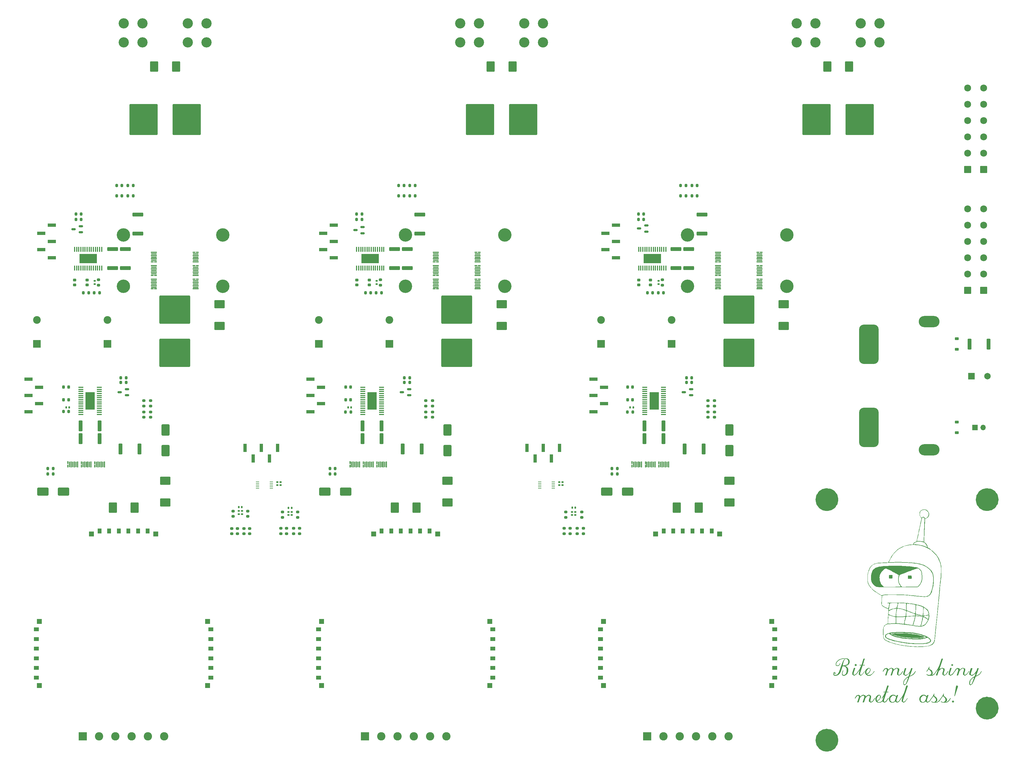
<source format=gts>
%TF.GenerationSoftware,KiCad,Pcbnew,7.0.9*%
%TF.CreationDate,2025-04-01T10:19:45-06:00*%
%TF.ProjectId,2023-24_Power_Supply,32303233-2d32-4345-9f50-6f7765725f53,rev?*%
%TF.SameCoordinates,Original*%
%TF.FileFunction,Soldermask,Top*%
%TF.FilePolarity,Negative*%
%FSLAX46Y46*%
G04 Gerber Fmt 4.6, Leading zero omitted, Abs format (unit mm)*
G04 Created by KiCad (PCBNEW 7.0.9) date 2025-04-01 10:19:45*
%MOMM*%
%LPD*%
G01*
G04 APERTURE LIST*
G04 Aperture macros list*
%AMRoundRect*
0 Rectangle with rounded corners*
0 $1 Rounding radius*
0 $2 $3 $4 $5 $6 $7 $8 $9 X,Y pos of 4 corners*
0 Add a 4 corners polygon primitive as box body*
4,1,4,$2,$3,$4,$5,$6,$7,$8,$9,$2,$3,0*
0 Add four circle primitives for the rounded corners*
1,1,$1+$1,$2,$3*
1,1,$1+$1,$4,$5*
1,1,$1+$1,$6,$7*
1,1,$1+$1,$8,$9*
0 Add four rect primitives between the rounded corners*
20,1,$1+$1,$2,$3,$4,$5,0*
20,1,$1+$1,$4,$5,$6,$7,0*
20,1,$1+$1,$6,$7,$8,$9,0*
20,1,$1+$1,$8,$9,$2,$3,0*%
G04 Aperture macros list end*
%ADD10C,2.075000*%
%ADD11C,3.575000*%
%ADD12C,0.200000*%
%ADD13RoundRect,0.140000X0.170000X-0.140000X0.170000X0.140000X-0.170000X0.140000X-0.170000X-0.140000X0*%
%ADD14RoundRect,0.250000X-1.425000X0.362500X-1.425000X-0.362500X1.425000X-0.362500X1.425000X0.362500X0*%
%ADD15RoundRect,0.200000X-0.200000X-0.275000X0.200000X-0.275000X0.200000X0.275000X-0.200000X0.275000X0*%
%ADD16RoundRect,0.200000X0.200000X0.275000X-0.200000X0.275000X-0.200000X-0.275000X0.200000X-0.275000X0*%
%ADD17RoundRect,0.250000X0.362500X1.425000X-0.362500X1.425000X-0.362500X-1.425000X0.362500X-1.425000X0*%
%ADD18C,3.200000*%
%ADD19RoundRect,0.200000X0.275000X-0.200000X0.275000X0.200000X-0.275000X0.200000X-0.275000X-0.200000X0*%
%ADD20RoundRect,0.250000X1.000000X-1.500000X1.000000X1.500000X-1.000000X1.500000X-1.000000X-1.500000X0*%
%ADD21RoundRect,0.050000X0.125000X-0.387500X0.125000X0.387500X-0.125000X0.387500X-0.125000X-0.387500X0*%
%ADD22RoundRect,0.050000X0.125000X-0.900000X0.125000X0.900000X-0.125000X0.900000X-0.125000X-0.900000X0*%
%ADD23RoundRect,0.050000X0.125000X-0.812500X0.125000X0.812500X-0.125000X0.812500X-0.125000X-0.812500X0*%
%ADD24RoundRect,0.200000X-0.275000X0.200000X-0.275000X-0.200000X0.275000X-0.200000X0.275000X0.200000X0*%
%ADD25R,2.510000X1.000000*%
%ADD26RoundRect,0.250000X1.500000X1.000000X-1.500000X1.000000X-1.500000X-1.000000X1.500000X-1.000000X0*%
%ADD27RoundRect,0.102000X0.975000X-0.975000X0.975000X0.975000X-0.975000X0.975000X-0.975000X-0.975000X0*%
%ADD28C,2.154000*%
%ADD29RoundRect,0.250000X-1.400000X-1.000000X1.400000X-1.000000X1.400000X1.000000X-1.400000X1.000000X0*%
%ADD30R,0.450000X1.500000*%
%ADD31R,5.500000X3.000000*%
%ADD32RoundRect,0.225000X0.225000X0.250000X-0.225000X0.250000X-0.225000X-0.250000X0.225000X-0.250000X0*%
%ADD33R,2.400000X2.400000*%
%ADD34C,2.400000*%
%ADD35O,6.500000X3.500000*%
%ADD36RoundRect,1.525000X1.525000X-2.375000X1.525000X2.375000X-1.525000X2.375000X-1.525000X-2.375000X0*%
%ADD37RoundRect,0.050000X0.387500X0.125000X-0.387500X0.125000X-0.387500X-0.125000X0.387500X-0.125000X0*%
%ADD38RoundRect,0.050000X0.900000X0.125000X-0.900000X0.125000X-0.900000X-0.125000X0.900000X-0.125000X0*%
%ADD39RoundRect,0.050000X0.812500X0.125000X-0.812500X0.125000X-0.812500X-0.125000X0.812500X-0.125000X0*%
%ADD40RoundRect,0.225000X0.375000X-0.225000X0.375000X0.225000X-0.375000X0.225000X-0.375000X-0.225000X0*%
%ADD41R,1.700000X1.700000*%
%ADD42O,1.700000X1.700000*%
%ADD43RoundRect,0.249999X-4.550001X4.150001X-4.550001X-4.150001X4.550001X-4.150001X4.550001X4.150001X0*%
%ADD44RoundRect,0.225000X-0.250000X0.225000X-0.250000X-0.225000X0.250000X-0.225000X0.250000X0.225000X0*%
%ADD45R,1.100000X0.250000*%
%ADD46RoundRect,0.249999X-4.150001X-4.550001X4.150001X-4.550001X4.150001X4.550001X-4.150001X4.550001X0*%
%ADD47R,1.500000X0.450000*%
%ADD48R,3.000000X5.500000*%
%ADD49RoundRect,0.150000X0.512500X0.150000X-0.512500X0.150000X-0.512500X-0.150000X0.512500X-0.150000X0*%
%ADD50RoundRect,0.250000X1.000000X-1.400000X1.000000X1.400000X-1.000000X1.400000X-1.000000X-1.400000X0*%
%ADD51RoundRect,0.140000X0.140000X0.170000X-0.140000X0.170000X-0.140000X-0.170000X0.140000X-0.170000X0*%
%ADD52RoundRect,0.140000X-0.140000X-0.170000X0.140000X-0.170000X0.140000X0.170000X-0.140000X0.170000X0*%
%ADD53R,1.000000X2.510000*%
%ADD54RoundRect,0.140000X-0.170000X0.140000X-0.170000X-0.140000X0.170000X-0.140000X0.170000X0.140000X0*%
%ADD55RoundRect,0.050000X-0.387500X-0.125000X0.387500X-0.125000X0.387500X0.125000X-0.387500X0.125000X0*%
%ADD56RoundRect,0.050000X-0.900000X-0.125000X0.900000X-0.125000X0.900000X0.125000X-0.900000X0.125000X0*%
%ADD57RoundRect,0.050000X-0.812500X-0.125000X0.812500X-0.125000X0.812500X0.125000X-0.812500X0.125000X0*%
%ADD58R,2.600000X2.600000*%
%ADD59C,2.600000*%
%ADD60R,1.600000X1.500000*%
%ADD61R,1.500000X1.600000*%
%ADD62R,1.200000X1.600000*%
%ADD63R,1.600000X1.200000*%
%ADD64R,2.000000X2.000000*%
%ADD65C,2.000000*%
%ADD66RoundRect,0.250000X-0.362500X-1.425000X0.362500X-1.425000X0.362500X1.425000X-0.362500X1.425000X0*%
%ADD67RoundRect,0.225000X-0.375000X0.225000X-0.375000X-0.225000X0.375000X-0.225000X0.375000X0.225000X0*%
G04 APERTURE END LIST*
D10*
X223037500Y-168000000D02*
G75*
G03*
X223037500Y-168000000I-1037500J0D01*
G01*
X192037500Y-184000000D02*
G75*
G03*
X192037500Y-184000000I-1037500J0D01*
G01*
D11*
X462287500Y-315500000D02*
G75*
G03*
X462287500Y-315500000I-1787500J0D01*
G01*
D10*
X399037500Y-168000000D02*
G75*
G03*
X399037500Y-168000000I-1037500J0D01*
G01*
D11*
X412287500Y-250500000D02*
G75*
G03*
X412287500Y-250500000I-1787500J0D01*
G01*
D10*
X368037500Y-168000000D02*
G75*
G03*
X368037500Y-168000000I-1037500J0D01*
G01*
D11*
X412287500Y-325500000D02*
G75*
G03*
X412287500Y-325500000I-1787500J0D01*
G01*
D10*
X280037500Y-168000000D02*
G75*
G03*
X280037500Y-168000000I-1037500J0D01*
G01*
X311037500Y-168000000D02*
G75*
G03*
X311037500Y-168000000I-1037500J0D01*
G01*
D11*
X462287500Y-250500000D02*
G75*
G03*
X462287500Y-250500000I-1787500J0D01*
G01*
D10*
X399037500Y-184000000D02*
G75*
G03*
X399037500Y-184000000I-1037500J0D01*
G01*
X223037500Y-184000000D02*
G75*
G03*
X223037500Y-184000000I-1037500J0D01*
G01*
X280037500Y-184000000D02*
G75*
G03*
X280037500Y-184000000I-1037500J0D01*
G01*
X311037500Y-184000000D02*
G75*
G03*
X311037500Y-184000000I-1037500J0D01*
G01*
X192037500Y-168000000D02*
G75*
G03*
X192037500Y-168000000I-1037500J0D01*
G01*
X368037500Y-184000000D02*
G75*
G03*
X368037500Y-184000000I-1037500J0D01*
G01*
D12*
G36*
X417621424Y-301340108D02*
G01*
X417350314Y-301882327D01*
X416822750Y-302152215D01*
X416144976Y-302321964D01*
X416589498Y-302472173D01*
X416867935Y-302745725D01*
X417129275Y-303274511D01*
X417129275Y-304053646D01*
X416870377Y-304831559D01*
X416598046Y-305112438D01*
X416072924Y-305375000D01*
X415518493Y-305375000D01*
X415214411Y-305069696D01*
X415214411Y-304529919D01*
X415475751Y-303728803D01*
X415662596Y-303800854D01*
X415404920Y-304555565D01*
X415404920Y-304997644D01*
X415591766Y-305183269D01*
X416009421Y-305183269D01*
X416458828Y-304737526D01*
X416690859Y-304035327D01*
X416690859Y-303333129D01*
X416461270Y-302876395D01*
X416236567Y-302650471D01*
X415778612Y-302420882D01*
X415382938Y-302420882D01*
X415157014Y-303334351D01*
X414905444Y-304082955D01*
X414652652Y-304599528D01*
X414126309Y-305116102D01*
X413359386Y-305375000D01*
X412812282Y-305375000D01*
X412506979Y-305068475D01*
X412506979Y-304498168D01*
X412848919Y-304155006D01*
X413226274Y-304537247D01*
X412890440Y-304884071D01*
X412747558Y-304739968D01*
X412961270Y-304536025D01*
X412848919Y-304420010D01*
X412695046Y-304573883D01*
X412695046Y-304995202D01*
X412885555Y-305183269D01*
X413317865Y-305183269D01*
X413769714Y-304959787D01*
X414239882Y-304241713D01*
X414485346Y-303755669D01*
X414968947Y-302270673D01*
X415472087Y-301031140D01*
X415722436Y-300513346D01*
X416005758Y-300228803D01*
X416147418Y-300366800D01*
X415884857Y-300622034D01*
X415651605Y-301341329D01*
X415430566Y-302210833D01*
X415790824Y-302210833D01*
X416737265Y-301972697D01*
X416952199Y-301752878D01*
X417185451Y-301293702D01*
X417185451Y-300843073D01*
X416952199Y-300382676D01*
X416748256Y-300173848D01*
X415324320Y-300173848D01*
X414608688Y-300410764D01*
X414136079Y-300653785D01*
X413667132Y-301126395D01*
X413433880Y-301589235D01*
X413433880Y-302023988D01*
X413623169Y-302210833D01*
X414040824Y-302210833D01*
X414242324Y-302002006D01*
X414506106Y-301479326D01*
X414672192Y-301578244D01*
X414405967Y-302118021D01*
X414115318Y-302403785D01*
X413551117Y-302403785D01*
X413245813Y-302096039D01*
X413245813Y-301540387D01*
X413503490Y-301010380D01*
X414021284Y-300490143D01*
X414534194Y-300239794D01*
X415295011Y-299982117D01*
X416811759Y-299982117D01*
X417350314Y-300254448D01*
X417621424Y-300795446D01*
X417621424Y-301340108D01*
G37*
G36*
X419885555Y-302064288D02*
G01*
X419508200Y-302441643D01*
X419129624Y-302064288D01*
X419508200Y-301685711D01*
X419885555Y-302064288D01*
G37*
G36*
X420350838Y-304052424D02*
G01*
X419826937Y-304835223D01*
X419565597Y-305103890D01*
X418997732Y-305379884D01*
X418427425Y-305081908D01*
X418427425Y-304520150D01*
X418930566Y-302992411D01*
X419212666Y-302992411D01*
X419364097Y-303054692D01*
X418863399Y-304545795D01*
X418863399Y-304986653D01*
X419038033Y-305151517D01*
X419449582Y-304943911D01*
X419680391Y-304717986D01*
X420182310Y-303959612D01*
X420350838Y-304052424D01*
G37*
G36*
X422352408Y-300117672D02*
G01*
X421725925Y-301988572D01*
X422287684Y-301988572D01*
X422287684Y-302179082D01*
X421658758Y-302179082D01*
X420866190Y-304554344D01*
X420866190Y-304993981D01*
X421040824Y-305158845D01*
X421449931Y-304959787D01*
X422202199Y-303957170D01*
X422343859Y-304076849D01*
X421570831Y-305102669D01*
X421016400Y-305379884D01*
X420430217Y-305089235D01*
X420430217Y-304528698D01*
X420961445Y-303058356D01*
X420853978Y-303358775D01*
X420341068Y-304128140D01*
X420176204Y-304034106D01*
X420686672Y-303264741D01*
X421178821Y-302293876D01*
X421216679Y-302179082D01*
X420733078Y-302179082D01*
X420733078Y-301988572D01*
X421276518Y-301988572D01*
X421918877Y-300060275D01*
X422197314Y-300060275D01*
X422352408Y-300117672D01*
G37*
G36*
X425341940Y-304053646D02*
G01*
X424811933Y-304855983D01*
X424030356Y-305375000D01*
X423242673Y-305375000D01*
X422700454Y-305102669D01*
X422433008Y-304559228D01*
X422433008Y-304017009D01*
X422691906Y-303487002D01*
X422960573Y-303215893D01*
X423489358Y-302952110D01*
X423797104Y-302952110D01*
X424102408Y-303258635D01*
X424102408Y-303815509D01*
X423839847Y-304345516D01*
X423571180Y-304616625D01*
X423035067Y-304885293D01*
X422936148Y-304717986D01*
X423455164Y-304452983D01*
X423677425Y-304230722D01*
X423910677Y-303766660D01*
X423910677Y-303331908D01*
X423720168Y-303143841D01*
X423549198Y-303143841D01*
X423102233Y-303601796D01*
X422868982Y-304062194D01*
X422868982Y-304746074D01*
X423302513Y-305183269D01*
X423979065Y-305183269D01*
X424673936Y-304713101D01*
X425173413Y-303959612D01*
X425341940Y-304053646D01*
G37*
G36*
X434287335Y-304048761D02*
G01*
X433759770Y-304834002D01*
X433502094Y-305102669D01*
X432931787Y-305382327D01*
X432893929Y-305351796D01*
X432361480Y-305081908D01*
X432361480Y-304520150D01*
X432609386Y-303777651D01*
X432609386Y-303336793D01*
X432418877Y-303149947D01*
X432235695Y-303149947D01*
X431777739Y-303383199D01*
X431311236Y-303842376D01*
X430817865Y-305329815D01*
X430538207Y-305329815D01*
X430383113Y-305269975D01*
X430885032Y-303777651D01*
X430885032Y-303336793D01*
X430698186Y-303149947D01*
X430511340Y-303149947D01*
X430053385Y-303383199D01*
X429586881Y-303842376D01*
X429093511Y-305329815D01*
X428813852Y-305329815D01*
X428659979Y-305269975D01*
X429160677Y-303777651D01*
X429160677Y-303338014D01*
X428989707Y-303173150D01*
X428580601Y-303372208D01*
X428088451Y-304118370D01*
X427923587Y-304024337D01*
X428458479Y-303228105D01*
X429010468Y-302947226D01*
X429599093Y-303234211D01*
X429599093Y-303559054D01*
X429938591Y-303213450D01*
X430463713Y-302952110D01*
X430758026Y-302952110D01*
X431323448Y-303234211D01*
X431323448Y-303557833D01*
X431659282Y-303213450D01*
X432189289Y-302952110D01*
X432482380Y-302952110D01*
X433044139Y-303235432D01*
X433044139Y-303803297D01*
X432799896Y-304543353D01*
X432799896Y-304985432D01*
X432970866Y-305150296D01*
X433383636Y-304942690D01*
X433616888Y-304714323D01*
X434120028Y-303955949D01*
X434287335Y-304048761D01*
G37*
G36*
X435283845Y-303091329D02*
G01*
X434783148Y-304565334D01*
X434783148Y-305000087D01*
X434972436Y-305184490D01*
X435156839Y-305184490D01*
X435613573Y-304958565D01*
X436094732Y-304489619D01*
X436573448Y-303775209D01*
X436817691Y-303030268D01*
X437101012Y-303030268D01*
X437254885Y-303090108D01*
X436751745Y-304598307D01*
X436409805Y-305437281D01*
X436856769Y-305213799D01*
X437573622Y-304737526D01*
X438073099Y-303992585D01*
X438241626Y-304085397D01*
X437711619Y-304879187D01*
X436950803Y-305381106D01*
X436302338Y-305699842D01*
X435757677Y-307049284D01*
X435250873Y-308061671D01*
X434667132Y-308353541D01*
X434347174Y-308026256D01*
X434347174Y-307946877D01*
X434535241Y-307946877D01*
X434709875Y-308111741D01*
X435107991Y-307915125D01*
X435586707Y-306720778D01*
X435851710Y-305908670D01*
X435485346Y-306095516D01*
X434770936Y-306802599D01*
X434535241Y-307506018D01*
X434535241Y-307946877D01*
X434347174Y-307946877D01*
X434347174Y-307484036D01*
X434603629Y-306708565D01*
X435369330Y-305934316D01*
X435872471Y-305687630D01*
X435933531Y-305650994D01*
X436474529Y-304181873D01*
X436237614Y-304600750D01*
X435732031Y-305113660D01*
X435202024Y-305375000D01*
X434902827Y-305375000D01*
X434880845Y-305364009D01*
X434347174Y-305095341D01*
X434347174Y-304539689D01*
X434850314Y-303030268D01*
X435132415Y-303030268D01*
X435283845Y-303091329D01*
G37*
G36*
X444715283Y-304070743D02*
G01*
X444185276Y-304863311D01*
X443403699Y-305375000D01*
X442125088Y-305375000D01*
X441574320Y-305101448D01*
X441668354Y-304936584D01*
X442170273Y-305184490D01*
X442602582Y-305184490D01*
X443036113Y-304754623D01*
X443036113Y-304327198D01*
X442802862Y-303874127D01*
X442298500Y-303368545D01*
X442298500Y-303236653D01*
X442230112Y-303372208D01*
X441717202Y-304136688D01*
X441552338Y-304045097D01*
X442062806Y-303279396D01*
X442489009Y-302436758D01*
X442489009Y-303278175D01*
X443205862Y-303752006D01*
X443475751Y-304280792D01*
X443475751Y-304826674D01*
X443191208Y-305116102D01*
X443050768Y-305184490D01*
X443352408Y-305184490D01*
X444047279Y-304721650D01*
X444546755Y-303980373D01*
X444715283Y-304070743D01*
G37*
G36*
X448433880Y-304051203D02*
G01*
X447909979Y-304838886D01*
X447648640Y-305108775D01*
X447095430Y-305379884D01*
X446506804Y-305089235D01*
X446506804Y-304528698D01*
X446754711Y-303788642D01*
X446754711Y-303347784D01*
X446567865Y-303162159D01*
X446381019Y-303162159D01*
X445924285Y-303395411D01*
X445457781Y-303853367D01*
X444963190Y-305337142D01*
X444684753Y-305337142D01*
X444533322Y-305276081D01*
X445317342Y-303058356D01*
X445209875Y-303358775D01*
X444696965Y-304128140D01*
X444532101Y-304034106D01*
X445042568Y-303264741D01*
X445534718Y-302293876D01*
X446274774Y-300060275D01*
X446553210Y-300060275D01*
X446708305Y-300115230D01*
X445589672Y-303430826D01*
X445808270Y-303213450D01*
X446335834Y-302952110D01*
X446635032Y-302952110D01*
X446657014Y-302964323D01*
X447193127Y-303236653D01*
X447193127Y-303805739D01*
X446946441Y-304548237D01*
X446946441Y-304991538D01*
X447117411Y-305157623D01*
X447530182Y-304948796D01*
X447762213Y-304720429D01*
X448265353Y-303958391D01*
X448433880Y-304051203D01*
G37*
G36*
X449961619Y-302064288D02*
G01*
X449584264Y-302441643D01*
X449205688Y-302064288D01*
X449584264Y-301685711D01*
X449961619Y-302064288D01*
G37*
G36*
X450426902Y-304052424D02*
G01*
X449903001Y-304835223D01*
X449641661Y-305103890D01*
X449073797Y-305379884D01*
X448503490Y-305081908D01*
X448503490Y-304520150D01*
X449006630Y-302992411D01*
X449288730Y-302992411D01*
X449440161Y-303054692D01*
X448939463Y-304545795D01*
X448939463Y-304986653D01*
X449114097Y-305151517D01*
X449525646Y-304943911D01*
X449756455Y-304717986D01*
X450258374Y-303959612D01*
X450426902Y-304052424D01*
G37*
G36*
X454891661Y-304048761D02*
G01*
X454367760Y-304834002D01*
X454106421Y-305102669D01*
X453548326Y-305379884D01*
X452965806Y-305081908D01*
X452965806Y-304520150D01*
X453213713Y-303777651D01*
X453213713Y-303336793D01*
X453026867Y-303149947D01*
X452840021Y-303149947D01*
X452382066Y-303383199D01*
X451915562Y-303842376D01*
X451422192Y-305329815D01*
X451142534Y-305329815D01*
X450988661Y-305269975D01*
X451489358Y-303777651D01*
X451489358Y-303338014D01*
X451318388Y-303173150D01*
X450909282Y-303372208D01*
X450417132Y-304118370D01*
X450252268Y-304024337D01*
X450787160Y-303228105D01*
X451339149Y-302947226D01*
X451927774Y-303234211D01*
X451927774Y-303559054D01*
X452267272Y-303213450D01*
X452792394Y-302952110D01*
X453086707Y-302952110D01*
X453652129Y-303235432D01*
X453652129Y-303803297D01*
X453404222Y-304551901D01*
X453378577Y-304985432D01*
X453567865Y-305151517D01*
X453987963Y-304942690D01*
X454221215Y-304714323D01*
X454724355Y-303955949D01*
X454891661Y-304048761D01*
G37*
G36*
X455893057Y-303091329D02*
G01*
X455392359Y-304565334D01*
X455392359Y-305000087D01*
X455581647Y-305184490D01*
X455766051Y-305184490D01*
X456222785Y-304958565D01*
X456703943Y-304489619D01*
X457182659Y-303775209D01*
X457426902Y-303030268D01*
X457710224Y-303030268D01*
X457864097Y-303090108D01*
X457360956Y-304598307D01*
X457019016Y-305437281D01*
X457465981Y-305213799D01*
X458182834Y-304737526D01*
X458682310Y-303992585D01*
X458850838Y-304085397D01*
X458320831Y-304879187D01*
X457560014Y-305381106D01*
X456911550Y-305699842D01*
X456366888Y-307049284D01*
X455860084Y-308061671D01*
X455276344Y-308353541D01*
X454956386Y-308026256D01*
X454956386Y-307946877D01*
X455144453Y-307946877D01*
X455319086Y-308111741D01*
X455717202Y-307915125D01*
X456195918Y-306720778D01*
X456460922Y-305908670D01*
X456094557Y-306095516D01*
X455380147Y-306802599D01*
X455144453Y-307506018D01*
X455144453Y-307946877D01*
X454956386Y-307946877D01*
X454956386Y-307484036D01*
X455212841Y-306708565D01*
X455978542Y-305934316D01*
X456481682Y-305687630D01*
X456542743Y-305650994D01*
X457083741Y-304181873D01*
X456846825Y-304600750D01*
X456341243Y-305113660D01*
X455811236Y-305375000D01*
X455512038Y-305375000D01*
X455490056Y-305364009D01*
X454956386Y-305095341D01*
X454956386Y-304539689D01*
X455459526Y-303030268D01*
X455741626Y-303030268D01*
X455893057Y-303091329D01*
G37*
G36*
X425553210Y-312448761D02*
G01*
X425025645Y-313234002D01*
X424767969Y-313502669D01*
X424197662Y-313782327D01*
X424159804Y-313751796D01*
X423627355Y-313481908D01*
X423627355Y-312920150D01*
X423875261Y-312177651D01*
X423875261Y-311736793D01*
X423684752Y-311549947D01*
X423501570Y-311549947D01*
X423043614Y-311783199D01*
X422577111Y-312242376D01*
X422083740Y-313729815D01*
X421804082Y-313729815D01*
X421648988Y-313669975D01*
X422150907Y-312177651D01*
X422150907Y-311736793D01*
X421964061Y-311549947D01*
X421777215Y-311549947D01*
X421319260Y-311783199D01*
X420852756Y-312242376D01*
X420359385Y-313729815D01*
X420079727Y-313729815D01*
X419925854Y-313669975D01*
X420426552Y-312177651D01*
X420426552Y-311738014D01*
X420255582Y-311573150D01*
X419846475Y-311772208D01*
X419354326Y-312518370D01*
X419189462Y-312424337D01*
X419724354Y-311628105D01*
X420276343Y-311347226D01*
X420864968Y-311634211D01*
X420864968Y-311959054D01*
X421204466Y-311613450D01*
X421729588Y-311352110D01*
X422023900Y-311352110D01*
X422589323Y-311634211D01*
X422589323Y-311957833D01*
X422925157Y-311613450D01*
X423455164Y-311352110D01*
X423748255Y-311352110D01*
X424310014Y-311635432D01*
X424310014Y-312203297D01*
X424065771Y-312943353D01*
X424065771Y-313385432D01*
X424236741Y-313550296D01*
X424649511Y-313342690D01*
X424882763Y-313114323D01*
X425385903Y-312355949D01*
X425553210Y-312448761D01*
G37*
G36*
X428521981Y-312453646D02*
G01*
X427991974Y-313255983D01*
X427210397Y-313775000D01*
X426422714Y-313775000D01*
X425880495Y-313502669D01*
X425613049Y-312959228D01*
X425613049Y-312417009D01*
X425871947Y-311887002D01*
X426140614Y-311615893D01*
X426669399Y-311352110D01*
X426977145Y-311352110D01*
X427282449Y-311658635D01*
X427282449Y-312215509D01*
X427019888Y-312745516D01*
X426751221Y-313016625D01*
X426215108Y-313285293D01*
X426116189Y-313117986D01*
X426635205Y-312852983D01*
X426857466Y-312630722D01*
X427090718Y-312166660D01*
X427090718Y-311731908D01*
X426900209Y-311543841D01*
X426729239Y-311543841D01*
X426282274Y-312001796D01*
X426049023Y-312462194D01*
X426049023Y-313146074D01*
X426482554Y-313583269D01*
X427159106Y-313583269D01*
X427853977Y-313113101D01*
X428353454Y-312359612D01*
X428521981Y-312453646D01*
G37*
G36*
X429782274Y-308517672D02*
G01*
X429155792Y-310388572D01*
X429717550Y-310388572D01*
X429717550Y-310579082D01*
X429088625Y-310579082D01*
X428296057Y-312954344D01*
X428296057Y-313393981D01*
X428470690Y-313558845D01*
X428879797Y-313359787D01*
X429632065Y-312357170D01*
X429773726Y-312476849D01*
X429000697Y-313502669D01*
X428446266Y-313779884D01*
X427860083Y-313489235D01*
X427860083Y-312928698D01*
X428391311Y-311458356D01*
X428283845Y-311758775D01*
X427770935Y-312528140D01*
X427606071Y-312434106D01*
X428116538Y-311664741D01*
X428608688Y-310693876D01*
X428646545Y-310579082D01*
X428162944Y-310579082D01*
X428162944Y-310388572D01*
X428706385Y-310388572D01*
X429348743Y-308460275D01*
X429627180Y-308460275D01*
X429782274Y-308517672D01*
G37*
G36*
X432000000Y-311623220D02*
G01*
X432157536Y-311938293D01*
X432333391Y-311386304D01*
X432616713Y-311386304D01*
X432770586Y-311448586D01*
X432269888Y-312943353D01*
X432269888Y-313385432D01*
X432440858Y-313550296D01*
X432853628Y-313342690D01*
X433086880Y-313114323D01*
X433588799Y-312355949D01*
X433757327Y-312448761D01*
X433229762Y-313234002D01*
X432968422Y-313502669D01*
X432409106Y-313778663D01*
X432370027Y-313764009D01*
X431831472Y-313492899D01*
X431831472Y-313345132D01*
X431752093Y-313503890D01*
X431213538Y-313775000D01*
X430665212Y-313775000D01*
X430643231Y-313762787D01*
X430130321Y-313502669D01*
X429956632Y-313149738D01*
X430298848Y-313149738D01*
X430732379Y-313583269D01*
X431164689Y-313583269D01*
X431611653Y-313363450D01*
X431841242Y-312904274D01*
X432069609Y-312213066D01*
X431854675Y-311779535D01*
X431411374Y-311559717D01*
X430979064Y-311559717D01*
X430532100Y-312014009D01*
X430298848Y-312471964D01*
X430298848Y-313149738D01*
X429956632Y-313149738D01*
X429862875Y-312959228D01*
X429862875Y-312417009D01*
X430121772Y-311887002D01*
X430390439Y-311615893D01*
X430913119Y-311352110D01*
X431457780Y-311352110D01*
X432000000Y-311623220D01*
G37*
G36*
X435746685Y-308517672D02*
G01*
X434260467Y-312954344D01*
X434260467Y-313393981D01*
X434435101Y-313558845D01*
X434844208Y-313359787D01*
X435596475Y-312357170D01*
X435738136Y-312476849D01*
X434965108Y-313502669D01*
X434410676Y-313779884D01*
X433824494Y-313489235D01*
X433824494Y-312928698D01*
X434355722Y-311458356D01*
X434248255Y-311758775D01*
X433735345Y-312528140D01*
X433570481Y-312434106D01*
X434080949Y-311664741D01*
X434573098Y-310693876D01*
X435313154Y-308460275D01*
X435591591Y-308460275D01*
X435746685Y-308517672D01*
G37*
G36*
X441461967Y-311623220D02*
G01*
X441619504Y-311938293D01*
X441795359Y-311386304D01*
X442078681Y-311386304D01*
X442232554Y-311448586D01*
X441731856Y-312943353D01*
X441731856Y-313385432D01*
X441902826Y-313550296D01*
X442315596Y-313342690D01*
X442548848Y-313114323D01*
X443050767Y-312355949D01*
X443219295Y-312448761D01*
X442691730Y-313234002D01*
X442430390Y-313502669D01*
X441871074Y-313778663D01*
X441831995Y-313764009D01*
X441293440Y-313492899D01*
X441293440Y-313345132D01*
X441214061Y-313503890D01*
X440675505Y-313775000D01*
X440127180Y-313775000D01*
X440105198Y-313762787D01*
X439592288Y-313502669D01*
X439418599Y-313149738D01*
X439760816Y-313149738D01*
X440194347Y-313583269D01*
X440626657Y-313583269D01*
X441073621Y-313363450D01*
X441303210Y-312904274D01*
X441531577Y-312213066D01*
X441316643Y-311779535D01*
X440873342Y-311559717D01*
X440441032Y-311559717D01*
X439994068Y-312014009D01*
X439760816Y-312471964D01*
X439760816Y-313149738D01*
X439418599Y-313149738D01*
X439324843Y-312959228D01*
X439324843Y-312417009D01*
X439583740Y-311887002D01*
X439852407Y-311615893D01*
X440375087Y-311352110D01*
X440919748Y-311352110D01*
X441461967Y-311623220D01*
G37*
G36*
X446195394Y-312470743D02*
G01*
X445665387Y-313263311D01*
X444883810Y-313775000D01*
X443605198Y-313775000D01*
X443054431Y-313501448D01*
X443148464Y-313336584D01*
X443650383Y-313584490D01*
X444082693Y-313584490D01*
X444516224Y-313154623D01*
X444516224Y-312727198D01*
X444282972Y-312274127D01*
X443778611Y-311768545D01*
X443778611Y-311636653D01*
X443710223Y-311772208D01*
X443197313Y-312536688D01*
X443032449Y-312445097D01*
X443542917Y-311679396D01*
X443969120Y-310836758D01*
X443969120Y-311678175D01*
X444685973Y-312152006D01*
X444955861Y-312680792D01*
X444955861Y-313226674D01*
X444671318Y-313516102D01*
X444530879Y-313584490D01*
X444832519Y-313584490D01*
X445527390Y-313121650D01*
X446026866Y-312380373D01*
X446195394Y-312470743D01*
G37*
G36*
X449175157Y-312470743D02*
G01*
X448645150Y-313263311D01*
X447863572Y-313775000D01*
X446584961Y-313775000D01*
X446034194Y-313501448D01*
X446128227Y-313336584D01*
X446630146Y-313584490D01*
X447062456Y-313584490D01*
X447495987Y-313154623D01*
X447495987Y-312727198D01*
X447262735Y-312274127D01*
X446758374Y-311768545D01*
X446758374Y-311636653D01*
X446689986Y-311772208D01*
X446177076Y-312536688D01*
X446012212Y-312445097D01*
X446522679Y-311679396D01*
X446948883Y-310836758D01*
X446948883Y-311678175D01*
X447665736Y-312152006D01*
X447935624Y-312680792D01*
X447935624Y-313226674D01*
X447651081Y-313516102D01*
X447510642Y-313584490D01*
X447812281Y-313584490D01*
X448507152Y-313121650D01*
X449006629Y-312380373D01*
X449175157Y-312470743D01*
G37*
G36*
X451418527Y-308720394D02*
G01*
X450407362Y-311764881D01*
X450222958Y-311720917D01*
X450732205Y-308698412D01*
X451064375Y-308366242D01*
X451418527Y-308720394D01*
G37*
G36*
X450214410Y-313415963D02*
G01*
X449832170Y-313790875D01*
X449453593Y-313415963D01*
X449832170Y-313038607D01*
X450214410Y-313415963D01*
G37*
%TO.C,G\u002A\u002A\u002A*%
G36*
X436297132Y-274149239D02*
G01*
X436416925Y-274152089D01*
X436923045Y-274167653D01*
X436939081Y-274569769D01*
X436948827Y-274843064D01*
X436941366Y-275026296D01*
X436900424Y-275136796D01*
X436809727Y-275191898D01*
X436653000Y-275208934D01*
X436413969Y-275205235D01*
X436344282Y-275203236D01*
X435795349Y-275187949D01*
X435779897Y-274690319D01*
X435776116Y-274440627D01*
X435784673Y-274280749D01*
X435807442Y-274193608D01*
X435837625Y-274164606D01*
X435920979Y-274153898D01*
X436083517Y-274148573D01*
X436297132Y-274149239D01*
G37*
G36*
X430388455Y-273988377D02*
G01*
X430483320Y-273990904D01*
X430962368Y-274006554D01*
X430977656Y-274523376D01*
X430983336Y-274779238D01*
X430970356Y-274946514D01*
X430920884Y-275044015D01*
X430817087Y-275090552D01*
X430641130Y-275104936D01*
X430425370Y-275105933D01*
X430175614Y-275103824D01*
X430013221Y-275084823D01*
X429919400Y-275029920D01*
X429875355Y-274920105D01*
X429862293Y-274736369D01*
X429861523Y-274535603D01*
X429866274Y-274276227D01*
X429881776Y-274109894D01*
X429909903Y-274022616D01*
X429932897Y-274002644D01*
X430016191Y-273992028D01*
X430177724Y-273987066D01*
X430388455Y-273988377D01*
G37*
G36*
X433924174Y-292180150D02*
G01*
X434300275Y-292183724D01*
X434648361Y-292190146D01*
X434953390Y-292199440D01*
X435200320Y-292211632D01*
X435374108Y-292226747D01*
X436297688Y-292295057D01*
X436451125Y-292308405D01*
X436681396Y-292329943D01*
X436924234Y-292344851D01*
X437417570Y-292415879D01*
X437598768Y-292450000D01*
X437704730Y-292465707D01*
X437740000Y-292470731D01*
X438107731Y-292516620D01*
X438477577Y-292573840D01*
X438791994Y-292635461D01*
X439026274Y-292697142D01*
X439044186Y-292703092D01*
X439178436Y-292744409D01*
X439446935Y-292812194D01*
X439569516Y-292841644D01*
X439979294Y-292946825D01*
X440091332Y-292983416D01*
X440201499Y-293027943D01*
X440252432Y-293046208D01*
X440369950Y-293088350D01*
X440494081Y-293129918D01*
X440668664Y-293196745D01*
X440682030Y-293203629D01*
X441071354Y-293371429D01*
X441064515Y-293381402D01*
X440969243Y-293403216D01*
X440199992Y-293558854D01*
X439841621Y-293592394D01*
X439421087Y-293620000D01*
X439266203Y-293626914D01*
X437964123Y-293675997D01*
X437791650Y-293679149D01*
X437570724Y-293671684D01*
X437441380Y-293663209D01*
X437143506Y-293642024D01*
X436790912Y-293619543D01*
X436424450Y-293598152D01*
X436084973Y-293580242D01*
X435822199Y-293550000D01*
X435459971Y-293510000D01*
X435240691Y-293480000D01*
X434949578Y-293450000D01*
X434692682Y-293425828D01*
X434479736Y-293405667D01*
X434330845Y-293385207D01*
X434216084Y-293370000D01*
X434088739Y-293340000D01*
X433929282Y-293310000D01*
X433693088Y-293268034D01*
X433450803Y-293231130D01*
X433325159Y-293206984D01*
X433131777Y-293167681D01*
X432954099Y-293136119D01*
X432895561Y-293127460D01*
X432719816Y-293090633D01*
X432577526Y-293045740D01*
X432444559Y-293010738D01*
X432230113Y-292955214D01*
X432106543Y-292912051D01*
X431986453Y-292882816D01*
X431760855Y-292821617D01*
X431517138Y-292734528D01*
X431409180Y-292687858D01*
X431220448Y-292599270D01*
X431045547Y-292517521D01*
X430964541Y-292479864D01*
X430843189Y-292436420D01*
X430764885Y-292385812D01*
X430873135Y-292329667D01*
X430892431Y-292321347D01*
X431027867Y-292290000D01*
X431132983Y-292275564D01*
X431770632Y-292232754D01*
X431921645Y-292217098D01*
X431928965Y-292216682D01*
X432149941Y-292204114D01*
X432440477Y-292193827D01*
X432778210Y-292186262D01*
X433148100Y-292181444D01*
X433535102Y-292179398D01*
X433924174Y-292180150D01*
G37*
G36*
X432902938Y-271141909D02*
G01*
X433355146Y-271146489D01*
X433755557Y-271154794D01*
X434118061Y-271167048D01*
X434456550Y-271183478D01*
X434784916Y-271204310D01*
X434855603Y-271209390D01*
X435641188Y-271269759D01*
X436327973Y-271329050D01*
X436924526Y-271388701D01*
X437439418Y-271450144D01*
X437881218Y-271514815D01*
X438258496Y-271584148D01*
X438579821Y-271659577D01*
X438853763Y-271742539D01*
X438866036Y-271747337D01*
X439088891Y-271834466D01*
X439293774Y-271936794D01*
X439332187Y-271958817D01*
X439547603Y-272126310D01*
X439761623Y-272363548D01*
X439946259Y-272636220D01*
X440043414Y-272830713D01*
X440117881Y-273071499D01*
X440180285Y-273393958D01*
X440229240Y-273772897D01*
X440263361Y-274183122D01*
X440281260Y-274599439D01*
X440281550Y-274996655D01*
X440262846Y-275349575D01*
X440223760Y-275633006D01*
X440202440Y-275720139D01*
X440061433Y-276124840D01*
X439879614Y-276524407D01*
X439669493Y-276898564D01*
X439443578Y-277227031D01*
X439214379Y-277489530D01*
X439006907Y-277658139D01*
X438748838Y-277819239D01*
X432492812Y-277815480D01*
X431534816Y-277815204D01*
X430678067Y-277815318D01*
X429916417Y-277815415D01*
X429243715Y-277815084D01*
X428653813Y-277813917D01*
X428140562Y-277811506D01*
X427697812Y-277807441D01*
X427319414Y-277801315D01*
X426999219Y-277792718D01*
X426731077Y-277781242D01*
X426508840Y-277766477D01*
X426326358Y-277748015D01*
X426177483Y-277725448D01*
X426056064Y-277698367D01*
X425955952Y-277666363D01*
X425870999Y-277629026D01*
X425795055Y-277585950D01*
X425721971Y-277536724D01*
X425645597Y-277480940D01*
X425559785Y-277418190D01*
X425458385Y-277348064D01*
X425458140Y-277347901D01*
X425080734Y-277058686D01*
X424784850Y-276738677D01*
X424544621Y-276358354D01*
X424482879Y-276235095D01*
X424420097Y-276099460D01*
X424374964Y-275982230D01*
X424344078Y-275861197D01*
X424324035Y-275714155D01*
X424311432Y-275518895D01*
X424302866Y-275253210D01*
X424297736Y-275026850D01*
X424293612Y-274721720D01*
X426932220Y-274721720D01*
X426937602Y-275018299D01*
X426957853Y-275318113D01*
X426991817Y-275586968D01*
X427019707Y-275724947D01*
X427200167Y-276295126D01*
X427439032Y-276791925D01*
X427731502Y-277206977D01*
X428042800Y-277508647D01*
X428265643Y-277684989D01*
X430916226Y-277684989D01*
X431553132Y-277683954D01*
X432110858Y-277680904D01*
X432585005Y-277675927D01*
X432971171Y-277669107D01*
X433264957Y-277660532D01*
X433461963Y-277650287D01*
X433557788Y-277638459D01*
X433566808Y-277633158D01*
X433534010Y-277564470D01*
X433451311Y-277451847D01*
X433406650Y-277398917D01*
X433232256Y-277155761D01*
X433066303Y-276845452D01*
X432927496Y-276507744D01*
X432834798Y-276183617D01*
X432769081Y-275658152D01*
X432772478Y-275409457D01*
X432930841Y-275409457D01*
X432944263Y-275764555D01*
X432985175Y-276078198D01*
X432995534Y-276127695D01*
X433115935Y-276516052D01*
X433294814Y-276902319D01*
X433511570Y-277246064D01*
X433651653Y-277415526D01*
X433906620Y-277688107D01*
X436327729Y-277673123D01*
X438748838Y-277658139D01*
X438939512Y-277512253D01*
X439141775Y-277316829D01*
X439354722Y-277040877D01*
X439564546Y-276708437D01*
X439757443Y-276343553D01*
X439919606Y-275970265D01*
X440037229Y-275612615D01*
X440042949Y-275590697D01*
X440089936Y-275312389D01*
X440111701Y-274964223D01*
X440110254Y-274571122D01*
X440087606Y-274158010D01*
X440045766Y-273749813D01*
X439986745Y-273371453D01*
X439912553Y-273047855D01*
X439825200Y-272803943D01*
X439816819Y-272786866D01*
X439615165Y-272462885D01*
X439376692Y-272203705D01*
X439145385Y-272043348D01*
X439044327Y-271992927D01*
X438956289Y-271958364D01*
X438866036Y-271942307D01*
X438758335Y-271947403D01*
X438617950Y-271976298D01*
X438429647Y-272031640D01*
X438178190Y-272116076D01*
X437848346Y-272232253D01*
X437647992Y-272303525D01*
X437398340Y-272393959D01*
X437094472Y-272506394D01*
X436782223Y-272623784D01*
X436600846Y-272692990D01*
X436322596Y-272798748D01*
X435983255Y-272925917D01*
X435622814Y-273059604D01*
X435281258Y-273184914D01*
X435231502Y-273203021D01*
X434728943Y-273385975D01*
X434317612Y-273536988D01*
X433987689Y-273660518D01*
X433729359Y-273761022D01*
X433532803Y-273842957D01*
X433388205Y-273910780D01*
X433285746Y-273968949D01*
X433215610Y-274021920D01*
X433167980Y-274074152D01*
X433133037Y-274130101D01*
X433115939Y-274163527D01*
X433037457Y-274389937D01*
X432979243Y-274692696D01*
X432943103Y-275042353D01*
X432930841Y-275409457D01*
X432772478Y-275409457D01*
X432777237Y-275060974D01*
X432859344Y-274389409D01*
X432894295Y-274194503D01*
X432909238Y-274091481D01*
X432892699Y-274021379D01*
X432825483Y-273960124D01*
X432688393Y-273883643D01*
X432617477Y-273847358D01*
X432396457Y-273730888D01*
X432164316Y-273602609D01*
X432036364Y-273528666D01*
X431927891Y-273466481D01*
X431775315Y-273382958D01*
X431571316Y-273274289D01*
X431308579Y-273136665D01*
X430979787Y-272966278D01*
X430577622Y-272759319D01*
X430094766Y-272511981D01*
X429523904Y-272220454D01*
X429473171Y-272194577D01*
X428950570Y-271928038D01*
X428642780Y-272054399D01*
X428303652Y-272244396D01*
X427972834Y-272524683D01*
X427663136Y-272878246D01*
X427387371Y-273288072D01*
X427158349Y-273737144D01*
X426988882Y-274208450D01*
X426970687Y-274275053D01*
X426942863Y-274462573D01*
X426932220Y-274721720D01*
X424293612Y-274721720D01*
X424292764Y-274658934D01*
X424296827Y-274370985D01*
X424311653Y-274135821D01*
X424338970Y-273926258D01*
X424380506Y-273715112D01*
X424381377Y-273711205D01*
X424521467Y-273189653D01*
X424692508Y-272759887D01*
X424904110Y-272408433D01*
X425165883Y-272121821D01*
X425487437Y-271886576D01*
X425798687Y-271724265D01*
X426032256Y-271626179D01*
X426271198Y-271544298D01*
X426536366Y-271473673D01*
X426848609Y-271409355D01*
X427228779Y-271346393D01*
X427635559Y-271288249D01*
X427849101Y-271260549D01*
X428055928Y-271237258D01*
X428268425Y-271217875D01*
X428498977Y-271201900D01*
X428759967Y-271188830D01*
X428950570Y-271182140D01*
X429063780Y-271178167D01*
X429422799Y-271169407D01*
X429849410Y-271162051D01*
X430355995Y-271155598D01*
X430954939Y-271149546D01*
X431096618Y-271148252D01*
X431787566Y-271143016D01*
X432385042Y-271140827D01*
X432902938Y-271141909D01*
G37*
G36*
X433482176Y-291799842D02*
G01*
X433963815Y-291804075D01*
X434610586Y-291817500D01*
X435252713Y-291838458D01*
X435871592Y-291866618D01*
X436448618Y-291901651D01*
X436965190Y-291943224D01*
X437191544Y-291965985D01*
X437935485Y-292065746D01*
X438675285Y-292200797D01*
X439396567Y-292366674D01*
X440084952Y-292558911D01*
X440726063Y-292773043D01*
X441305522Y-293004605D01*
X441808952Y-293249131D01*
X442221976Y-293502157D01*
X442285093Y-293547875D01*
X442535620Y-293740659D01*
X442711925Y-293894662D01*
X442830438Y-294028692D01*
X442907590Y-294161560D01*
X442959809Y-294312074D01*
X442963004Y-294323940D01*
X442995915Y-294478221D01*
X442985297Y-294589476D01*
X442921743Y-294712702D01*
X442887485Y-294765466D01*
X442784627Y-294899073D01*
X442661177Y-295005762D01*
X442492194Y-295101628D01*
X442252741Y-295202767D01*
X442149723Y-295241631D01*
X441966774Y-295303375D01*
X441775507Y-295353755D01*
X441562309Y-295394073D01*
X441313563Y-295425633D01*
X441015655Y-295449736D01*
X440654971Y-295467685D01*
X440217895Y-295480782D01*
X439690813Y-295490332D01*
X439527485Y-295492519D01*
X438792656Y-295496929D01*
X438120625Y-295489490D01*
X437487358Y-295468482D01*
X436868822Y-295432187D01*
X436240985Y-295378888D01*
X435579814Y-295306865D01*
X434861275Y-295214401D01*
X434086348Y-295103495D01*
X433797088Y-295057284D01*
X433455279Y-294997412D01*
X433078089Y-294927408D01*
X432682689Y-294850798D01*
X432286246Y-294771109D01*
X431905931Y-294691867D01*
X431558913Y-294616600D01*
X431262361Y-294548834D01*
X431033443Y-294492096D01*
X430889330Y-294449913D01*
X430870792Y-294442969D01*
X430768771Y-294405969D01*
X430592457Y-294346231D01*
X430370029Y-294273187D01*
X430210571Y-294221927D01*
X429809061Y-294084553D01*
X429491296Y-293952213D01*
X429234869Y-293813614D01*
X429017374Y-293657462D01*
X428916932Y-293569928D01*
X428783461Y-293439534D01*
X428712895Y-293337051D01*
X428685741Y-293221499D01*
X428683598Y-293131838D01*
X428901943Y-293131838D01*
X428976484Y-293342176D01*
X429007782Y-293386917D01*
X429128921Y-293496252D01*
X429325454Y-293624661D01*
X429570875Y-293757289D01*
X429838677Y-293879282D01*
X429992935Y-293938997D01*
X430200193Y-294009222D01*
X430468994Y-294094416D01*
X430769935Y-294185888D01*
X431073613Y-294274947D01*
X431350626Y-294352902D01*
X431571570Y-294411063D01*
X431660466Y-294431880D01*
X431813168Y-294464775D01*
X432042299Y-294514343D01*
X432319345Y-294574406D01*
X432615795Y-294638788D01*
X432680762Y-294652913D01*
X433644684Y-294841339D01*
X434682057Y-295005054D01*
X435760869Y-295139651D01*
X436849108Y-295240721D01*
X437062965Y-295256377D01*
X437494333Y-295281057D01*
X437977861Y-295299420D01*
X438493657Y-295311487D01*
X439021830Y-295317275D01*
X439542488Y-295316805D01*
X440035741Y-295310096D01*
X440481697Y-295297168D01*
X440860465Y-295278040D01*
X441152153Y-295252731D01*
X441155201Y-295252371D01*
X441510788Y-295194078D01*
X441854985Y-295108347D01*
X442165983Y-295002999D01*
X442421976Y-294885853D01*
X442601158Y-294764732D01*
X442645735Y-294717819D01*
X442732659Y-294530258D01*
X442718532Y-294324826D01*
X442606681Y-294108958D01*
X442400431Y-293890092D01*
X442210841Y-293745308D01*
X441941225Y-293561441D01*
X441580126Y-293674597D01*
X440958205Y-293833760D01*
X440243120Y-293951890D01*
X439440991Y-294028909D01*
X438557938Y-294064737D01*
X437600082Y-294059295D01*
X436573544Y-294012502D01*
X435484445Y-293924281D01*
X434338904Y-293794552D01*
X434157506Y-293770832D01*
X433428477Y-293656926D01*
X432733595Y-293515234D01*
X432084915Y-293349574D01*
X431494489Y-293163769D01*
X430974373Y-292961638D01*
X430536619Y-292747003D01*
X430193281Y-292523682D01*
X430173396Y-292508063D01*
X430026109Y-292396333D01*
X429909656Y-292318078D01*
X429874384Y-292301459D01*
X430384774Y-292301459D01*
X430484151Y-292381537D01*
X430630388Y-292465120D01*
X431404855Y-292822366D01*
X432220968Y-293095764D01*
X432920174Y-293259549D01*
X433176099Y-293310666D01*
X433412298Y-293360279D01*
X433596537Y-293401495D01*
X433674208Y-293420802D01*
X433811799Y-293449719D01*
X434020250Y-293483579D01*
X434263543Y-293516765D01*
X434372305Y-293529701D01*
X434657900Y-293562846D01*
X434961689Y-293599467D01*
X435228420Y-293632874D01*
X435285201Y-293640249D01*
X435792203Y-293698137D01*
X436323161Y-293740664D01*
X436900034Y-293768979D01*
X437544782Y-293784232D01*
X438104440Y-293787800D01*
X438739089Y-293782456D01*
X439288376Y-293764765D01*
X439773823Y-293732851D01*
X440216957Y-293684837D01*
X440639302Y-293618846D01*
X441062383Y-293533001D01*
X441084778Y-293527966D01*
X441307380Y-293468218D01*
X441424001Y-293413602D01*
X441434181Y-293364427D01*
X441375682Y-293332682D01*
X441276007Y-293292831D01*
X441113964Y-293223233D01*
X440926064Y-293139596D01*
X440739615Y-293064499D01*
X440581109Y-293017160D01*
X440390098Y-292945591D01*
X440296718Y-292898940D01*
X440170599Y-292860555D01*
X439907938Y-292783326D01*
X439811605Y-292745542D01*
X439665264Y-292709953D01*
X439480358Y-292659892D01*
X439420085Y-292642567D01*
X438746832Y-292478632D01*
X438292389Y-292398516D01*
X438048656Y-292360161D01*
X437793288Y-292318488D01*
X437647992Y-292293928D01*
X437292662Y-292242598D01*
X436863062Y-292197185D01*
X436372698Y-292157874D01*
X435835077Y-292124847D01*
X435263707Y-292098288D01*
X434672096Y-292078382D01*
X434073749Y-292065311D01*
X433482176Y-292059259D01*
X432910882Y-292060410D01*
X432373375Y-292068947D01*
X431883163Y-292085054D01*
X431453753Y-292108915D01*
X431098652Y-292140713D01*
X430831367Y-292180632D01*
X430747569Y-292200129D01*
X430610547Y-292224109D01*
X430489326Y-292233523D01*
X430386689Y-292252433D01*
X430384774Y-292301459D01*
X429874384Y-292301459D01*
X429852890Y-292291332D01*
X429735031Y-292318140D01*
X429561866Y-292387129D01*
X429367610Y-292481143D01*
X429186479Y-292583029D01*
X429052688Y-292675631D01*
X429016018Y-292710916D01*
X428915275Y-292908793D01*
X428901943Y-293131838D01*
X428683598Y-293131838D01*
X428682277Y-293076564D01*
X428698728Y-292885175D01*
X428737922Y-292715906D01*
X428761444Y-292659719D01*
X428909067Y-292491249D01*
X429158851Y-292336651D01*
X429506281Y-292197337D01*
X429852890Y-292100870D01*
X429946843Y-292074721D01*
X430476022Y-291970215D01*
X431089305Y-291885233D01*
X431311417Y-291861511D01*
X431702357Y-291832313D01*
X432181670Y-291812302D01*
X432730753Y-291801145D01*
X433331003Y-291798513D01*
X433482176Y-291799842D01*
G37*
G36*
X441196585Y-253586453D02*
G01*
X441545568Y-253706515D01*
X441844388Y-253907975D01*
X441863279Y-253925442D01*
X441990567Y-254054578D01*
X442078162Y-254160461D01*
X442158774Y-254271881D01*
X442212474Y-254352431D01*
X442259058Y-254432981D01*
X442335677Y-254603104D01*
X442369165Y-254766039D01*
X442391120Y-254936695D01*
X442395302Y-255081926D01*
X442390015Y-255128656D01*
X442363561Y-255279793D01*
X442349554Y-255372727D01*
X442269484Y-255634761D01*
X442112223Y-255900062D01*
X441901887Y-256140510D01*
X441662596Y-256327984D01*
X441444946Y-256427461D01*
X441296726Y-256474687D01*
X441194561Y-256516510D01*
X441176837Y-256527501D01*
X441157117Y-256593021D01*
X441137158Y-256741692D01*
X441119675Y-256949310D01*
X441110106Y-257122571D01*
X441095856Y-257442953D01*
X441079393Y-257806518D01*
X441063628Y-258149176D01*
X441059124Y-258245666D01*
X441047685Y-258505960D01*
X441034260Y-258837224D01*
X441020263Y-259203079D01*
X441007112Y-259567149D01*
X441002694Y-259695560D01*
X440990613Y-260037052D01*
X440977503Y-260381897D01*
X440964646Y-260697937D01*
X440953326Y-260953014D01*
X440949141Y-261038055D01*
X440934760Y-261338112D01*
X440920244Y-261679174D01*
X440906182Y-262042856D01*
X440893164Y-262410773D01*
X440881779Y-262764539D01*
X440872616Y-263085768D01*
X440866266Y-263356077D01*
X440863319Y-263557078D01*
X440864363Y-263670388D01*
X440864589Y-263674365D01*
X440909199Y-263748492D01*
X441019366Y-263853292D01*
X441138374Y-263942864D01*
X441280249Y-264044484D01*
X441377569Y-264123604D01*
X441406873Y-264158226D01*
X441440073Y-264214870D01*
X441522214Y-264314493D01*
X441546984Y-264341729D01*
X441636189Y-264460551D01*
X441731577Y-264620930D01*
X441815719Y-264788679D01*
X441871184Y-264929613D01*
X441883081Y-265000919D01*
X441890000Y-265203556D01*
X441940623Y-265355495D01*
X442088878Y-265488832D01*
X442143780Y-265524704D01*
X442272746Y-265610375D01*
X442463945Y-265743569D01*
X442693798Y-265907226D01*
X442938725Y-266084286D01*
X443175148Y-266257687D01*
X443379487Y-266410371D01*
X443528163Y-266525277D01*
X443541404Y-266535927D01*
X443620440Y-266607638D01*
X443755143Y-266737409D01*
X443926460Y-266906153D01*
X444115340Y-267094780D01*
X444302733Y-267284203D01*
X444469585Y-267455333D01*
X444596846Y-267589082D01*
X444642389Y-267639034D01*
X444735007Y-267755549D01*
X444786383Y-267842996D01*
X444790064Y-267858856D01*
X444830956Y-267910101D01*
X444843764Y-267911628D01*
X444891405Y-267955122D01*
X444897463Y-267992177D01*
X444926460Y-268063639D01*
X444951163Y-268072727D01*
X444998805Y-268116222D01*
X445004863Y-268153277D01*
X445033859Y-268224739D01*
X445058563Y-268233826D01*
X445106204Y-268277321D01*
X445112263Y-268314376D01*
X445135760Y-268385914D01*
X445155633Y-268394926D01*
X445195626Y-268438959D01*
X445266201Y-268552486D01*
X445352588Y-268707643D01*
X445440018Y-268876568D01*
X445513721Y-269031401D01*
X445558928Y-269144278D01*
X445564999Y-269167172D01*
X445592642Y-269250678D01*
X445648050Y-269387907D01*
X445671546Y-269442072D01*
X445732523Y-269586126D01*
X445771889Y-269690567D01*
X445777597Y-269710571D01*
X445809873Y-269794161D01*
X445862291Y-269898520D01*
X445910994Y-269994408D01*
X445923059Y-270032769D01*
X445930543Y-270076214D01*
X445966507Y-270180843D01*
X445967063Y-270182307D01*
X446005442Y-270301315D01*
X446016013Y-270370256D01*
X446028589Y-270446497D01*
X446050118Y-270504958D01*
X446070966Y-270598701D01*
X446060532Y-270632844D01*
X446056381Y-270699492D01*
X446079513Y-270758939D01*
X446116663Y-270847055D01*
X446146214Y-270965499D01*
X446169089Y-271126674D01*
X446186210Y-271342984D01*
X446198498Y-271626833D01*
X446206875Y-271990624D01*
X446212263Y-272446762D01*
X446213110Y-272556659D01*
X446212153Y-273342428D01*
X446196866Y-274034820D01*
X446166582Y-274646986D01*
X446120631Y-275192077D01*
X446058343Y-275683245D01*
X446051961Y-275724947D01*
X446031394Y-275877549D01*
X446008816Y-276073743D01*
X446000496Y-276154545D01*
X445970810Y-276433267D01*
X445935227Y-276734556D01*
X445900206Y-277004700D01*
X445887464Y-277094292D01*
X445851828Y-277390165D01*
X445817004Y-277788826D01*
X445783392Y-278285663D01*
X445780775Y-278329387D01*
X445748307Y-278854956D01*
X445718956Y-279282118D01*
X445691960Y-279619794D01*
X445666556Y-279876906D01*
X445641980Y-280062376D01*
X445624680Y-280155180D01*
X445603961Y-280282387D01*
X445582003Y-280468812D01*
X445568813Y-280611628D01*
X445551193Y-280817482D01*
X445533534Y-281004496D01*
X445523899Y-281094926D01*
X445506559Y-281242470D01*
X445483324Y-281439758D01*
X445470161Y-281551374D01*
X445446213Y-281775504D01*
X445421911Y-282035879D01*
X445408758Y-282195771D01*
X445388726Y-282436685D01*
X445365415Y-282685424D01*
X445350747Y-282825586D01*
X445327916Y-283052368D01*
X445307999Y-283287930D01*
X445302734Y-283362583D01*
X445287028Y-283560760D01*
X445263933Y-283802372D01*
X445246041Y-283967865D01*
X445222398Y-284184819D01*
X445202402Y-284388123D01*
X445192588Y-284504862D01*
X445181397Y-284629103D01*
X445171123Y-284691193D01*
X445169762Y-284692812D01*
X445160723Y-284741486D01*
X445146806Y-284868026D01*
X445133588Y-285015010D01*
X445107894Y-285318786D01*
X445088795Y-285527532D01*
X445075058Y-285653329D01*
X445065450Y-285708261D01*
X445062362Y-285713108D01*
X445053547Y-285761594D01*
X445040781Y-285886686D01*
X445030865Y-286008456D01*
X445011898Y-286232495D01*
X444989205Y-286459519D01*
X444979354Y-286545454D01*
X444956205Y-286756239D01*
X444934263Y-286989097D01*
X444928778Y-287055602D01*
X444908350Y-287270888D01*
X444882571Y-287486384D01*
X444873961Y-287546897D01*
X444850996Y-287726216D01*
X444827445Y-287953223D01*
X444813844Y-288110744D01*
X444786725Y-288439095D01*
X444760484Y-288700451D01*
X444730806Y-288935089D01*
X444711150Y-289069344D01*
X444683814Y-289280237D01*
X444660258Y-289513183D01*
X444654978Y-289579492D01*
X444631587Y-289869509D01*
X444601168Y-290200866D01*
X444569087Y-290516888D01*
X444550708Y-290680338D01*
X444532269Y-290845925D01*
X444510475Y-291055802D01*
X444499814Y-291163636D01*
X444476931Y-291387426D01*
X444451852Y-291614275D01*
X444441617Y-291700634D01*
X444420048Y-291896252D01*
X444397364Y-292131734D01*
X444385955Y-292264482D01*
X444361610Y-292561550D01*
X444340845Y-292799256D01*
X444320269Y-293010019D01*
X444296491Y-293226262D01*
X444266120Y-293480408D01*
X444225765Y-293804877D01*
X444220273Y-293848626D01*
X444198534Y-294035057D01*
X444177401Y-294235796D01*
X444175880Y-294251374D01*
X444157569Y-294411343D01*
X444138674Y-294534298D01*
X444135161Y-294550915D01*
X444096298Y-294671730D01*
X444032416Y-294829731D01*
X443957464Y-294995051D01*
X443885394Y-295137825D01*
X443830158Y-295228185D01*
X443811017Y-295244820D01*
X443771673Y-295286750D01*
X443769768Y-295304702D01*
X443728667Y-295383751D01*
X443621684Y-295499277D01*
X443473296Y-295629707D01*
X443307983Y-295753471D01*
X443154803Y-295846648D01*
X442727778Y-296026102D01*
X442198589Y-296176736D01*
X441568613Y-296298263D01*
X440839228Y-296390398D01*
X440332981Y-296432965D01*
X439885232Y-296451727D01*
X439349433Y-296453321D01*
X438743315Y-296439165D01*
X438084609Y-296410678D01*
X437391045Y-296369277D01*
X436680352Y-296316381D01*
X435970261Y-296253408D01*
X435278502Y-296181778D01*
X434622805Y-296102907D01*
X434020900Y-296018215D01*
X433490517Y-295929119D01*
X433137210Y-295857331D01*
X432372669Y-295675778D01*
X431649197Y-295483977D01*
X430975485Y-295285066D01*
X430360223Y-295082183D01*
X429812101Y-294878464D01*
X429339811Y-294677049D01*
X428952043Y-294481074D01*
X428657486Y-294293677D01*
X428540999Y-294197855D01*
X428433501Y-294106377D01*
X428358620Y-294036910D01*
X428300000Y-293955050D01*
X428251871Y-293850419D01*
X428201027Y-293714376D01*
X428146826Y-293547685D01*
X428108452Y-293390344D01*
X428087996Y-293284778D01*
X428066687Y-293112458D01*
X428048246Y-292867672D01*
X428033062Y-292571348D01*
X428021526Y-292244413D01*
X428014026Y-291907794D01*
X428010952Y-291582419D01*
X428012694Y-291289215D01*
X428019640Y-291049109D01*
X428032180Y-290883029D01*
X428042288Y-290828476D01*
X428086897Y-290658258D01*
X428116123Y-290510145D01*
X428226568Y-290141780D01*
X428339803Y-289894479D01*
X428457374Y-289740225D01*
X428638838Y-289564135D01*
X428982378Y-289339353D01*
X429086443Y-289294019D01*
X429270396Y-289232120D01*
X429393517Y-289178063D01*
X429467817Y-289110113D01*
X429505308Y-289006538D01*
X429518005Y-288845602D01*
X429517977Y-288769097D01*
X429613419Y-288769097D01*
X429613498Y-288773996D01*
X429619874Y-289149894D01*
X429807823Y-289143053D01*
X430225003Y-289126987D01*
X430625189Y-289109937D01*
X430993140Y-289092689D01*
X431313616Y-289076034D01*
X431571377Y-289060760D01*
X431751182Y-289047656D01*
X431834990Y-289038126D01*
X431877933Y-289026558D01*
X431909264Y-289001897D01*
X431930814Y-288949143D01*
X431944413Y-288853301D01*
X431951890Y-288699373D01*
X431955077Y-288472360D01*
X431955803Y-288157266D01*
X431955811Y-288074875D01*
X432116914Y-288074875D01*
X432117295Y-288412657D01*
X432119713Y-288658270D01*
X432126076Y-288826943D01*
X432138294Y-288933906D01*
X432158276Y-288994390D01*
X432187932Y-289023623D01*
X432229170Y-289036837D01*
X432237738Y-289038641D01*
X432343353Y-289052313D01*
X432525027Y-289067953D01*
X432751515Y-289083044D01*
X432868711Y-289089443D01*
X433170730Y-289109111D01*
X433515240Y-289138227D01*
X433838384Y-289171264D01*
X433906706Y-289179288D01*
X434174327Y-289206017D01*
X434367696Y-289213096D01*
X434473091Y-289200195D01*
X434484770Y-289193158D01*
X434505398Y-289149155D01*
X434713977Y-289149155D01*
X434731834Y-289204860D01*
X434790315Y-289244887D01*
X434910521Y-289277256D01*
X435113554Y-289309985D01*
X435150952Y-289315213D01*
X435364713Y-289347296D01*
X435650393Y-289393724D01*
X435974388Y-289448864D01*
X436303090Y-289507088D01*
X436383543Y-289521736D01*
X436691399Y-289577410D01*
X436910767Y-289614001D01*
X437058659Y-289632522D01*
X437152090Y-289633986D01*
X437208073Y-289619403D01*
X437220466Y-289609078D01*
X437440072Y-289609078D01*
X437480656Y-289683038D01*
X437571114Y-289711618D01*
X437745699Y-289745139D01*
X437981419Y-289780790D01*
X438255282Y-289815762D01*
X438544296Y-289847244D01*
X438825470Y-289872425D01*
X439075810Y-289888495D01*
X439193939Y-289892466D01*
X439709621Y-289901691D01*
X439741838Y-289771629D01*
X439915105Y-289771629D01*
X439919559Y-289844109D01*
X439959461Y-289872082D01*
X439997358Y-289875275D01*
X440088392Y-289855804D01*
X440248293Y-289803608D01*
X440447377Y-289728659D01*
X440514453Y-289701524D01*
X440913303Y-289492543D01*
X441256185Y-289212128D01*
X441557480Y-288847008D01*
X441720241Y-288588775D01*
X441858059Y-288345036D01*
X441941513Y-288171122D01*
X441970683Y-288044284D01*
X441945650Y-287941769D01*
X441866494Y-287840827D01*
X441733294Y-287718708D01*
X441723345Y-287710000D01*
X441542681Y-287568712D01*
X441329100Y-287426964D01*
X441105251Y-287296815D01*
X440893781Y-287190322D01*
X440717337Y-287119544D01*
X440598566Y-287096538D01*
X440578414Y-287100420D01*
X440512225Y-287173670D01*
X440494081Y-287258011D01*
X440482569Y-287365355D01*
X440451810Y-287545385D01*
X440407467Y-287766317D01*
X440386119Y-287863819D01*
X440325294Y-288137973D01*
X440262119Y-288428190D01*
X440208522Y-288679568D01*
X440200014Y-288720296D01*
X440141285Y-288972958D01*
X440069523Y-289240872D01*
X440015514Y-289418393D01*
X439946843Y-289635953D01*
X439915105Y-289771629D01*
X439741838Y-289771629D01*
X439756177Y-289713742D01*
X439798639Y-289557777D01*
X439859292Y-289352788D01*
X439905817Y-289203594D01*
X439972902Y-288968510D01*
X440032383Y-288717556D01*
X440057594Y-288586046D01*
X440095636Y-288384490D01*
X440150031Y-288131399D01*
X440209506Y-287879025D01*
X440213978Y-287861099D01*
X440298193Y-287503256D01*
X440346644Y-287243395D01*
X440359777Y-287078391D01*
X440338040Y-287005114D01*
X440336472Y-287004060D01*
X440262515Y-286985430D01*
X440103575Y-286960852D01*
X439881752Y-286932616D01*
X439619148Y-286903009D01*
X439337863Y-286874320D01*
X439189210Y-286860687D01*
X440570884Y-286860687D01*
X440598566Y-286877945D01*
X440663173Y-286918223D01*
X440844462Y-286994428D01*
X440899696Y-287015499D01*
X441085284Y-287100102D01*
X441304542Y-287221451D01*
X441527060Y-287360264D01*
X441722428Y-287497258D01*
X441860237Y-287613150D01*
X441885589Y-287640653D01*
X441988186Y-287719719D01*
X442076259Y-287693482D01*
X442149165Y-287563135D01*
X442206266Y-287329875D01*
X442246919Y-286994896D01*
X442249607Y-286961628D01*
X442263962Y-286736591D01*
X442253349Y-286604181D01*
X442201921Y-286550011D01*
X442093827Y-286559695D01*
X441913219Y-286618848D01*
X441883602Y-286629416D01*
X441719199Y-286671544D01*
X441489685Y-286709385D01*
X441237327Y-286736358D01*
X441165328Y-286741241D01*
X440864818Y-286762096D01*
X440668027Y-286786422D01*
X440571276Y-286818020D01*
X440570884Y-286860687D01*
X439189210Y-286860687D01*
X439059998Y-286848837D01*
X438807652Y-286828848D01*
X438602927Y-286816642D01*
X438500381Y-286813953D01*
X438290384Y-286825523D01*
X438178849Y-286859599D01*
X438162308Y-286881078D01*
X438141608Y-286966988D01*
X438107652Y-287121202D01*
X438076134Y-287270402D01*
X437988698Y-287653748D01*
X437874611Y-288098606D01*
X437744804Y-288565880D01*
X437610207Y-289016471D01*
X437481751Y-289411284D01*
X437460589Y-289472093D01*
X437440072Y-289609078D01*
X437220466Y-289609078D01*
X437243623Y-289589786D01*
X437256164Y-289573639D01*
X437313427Y-289460832D01*
X437325793Y-289398718D01*
X437341296Y-289319727D01*
X437383690Y-289160442D01*
X437446807Y-288942757D01*
X437524478Y-288688563D01*
X437538539Y-288643760D01*
X437675993Y-288198958D01*
X437781185Y-287837521D01*
X437858692Y-287541928D01*
X437913089Y-287294661D01*
X437948955Y-287078200D01*
X437950505Y-287066652D01*
X437985958Y-286799394D01*
X437749850Y-286832251D01*
X437620962Y-286845848D01*
X437406765Y-286863601D01*
X437129196Y-286883900D01*
X436810193Y-286905136D01*
X436493447Y-286924438D01*
X436080458Y-286949262D01*
X435762155Y-286971532D01*
X435525956Y-286993983D01*
X435359277Y-287019349D01*
X435249535Y-287050365D01*
X435184148Y-287089766D01*
X435150531Y-287140286D01*
X435136103Y-287204661D01*
X435134374Y-287219805D01*
X435114162Y-287338701D01*
X435073224Y-287530458D01*
X435018394Y-287764132D01*
X434980852Y-287914799D01*
X434882028Y-288306468D01*
X434808773Y-288607493D01*
X434758290Y-288830816D01*
X434727781Y-288989378D01*
X434714446Y-289096122D01*
X434713977Y-289149155D01*
X434505398Y-289149155D01*
X434519870Y-289118284D01*
X434564334Y-288969345D01*
X434608754Y-288778022D01*
X434610279Y-288770519D01*
X434658436Y-288547735D01*
X434723286Y-288268187D01*
X434793803Y-287978870D01*
X434823652Y-287861099D01*
X434882295Y-287620103D01*
X434928707Y-287404791D01*
X434956805Y-287244776D01*
X434962368Y-287185575D01*
X434963003Y-287047049D01*
X434493129Y-287072733D01*
X434275381Y-287082393D01*
X433980997Y-287092294D01*
X433640735Y-287101561D01*
X433285353Y-287109320D01*
X433083510Y-287112799D01*
X432778125Y-287117705D01*
X432512653Y-287122412D01*
X432304606Y-287126573D01*
X432171496Y-287129843D01*
X432130339Y-287131666D01*
X432125988Y-287184006D01*
X432122226Y-287326440D01*
X432119298Y-287541663D01*
X432117451Y-287812371D01*
X432116914Y-288074875D01*
X431955811Y-288074875D01*
X431955814Y-288048025D01*
X431955067Y-287703375D01*
X431951879Y-287451692D01*
X431944835Y-287278547D01*
X431932516Y-287169514D01*
X431913506Y-287110164D01*
X431886387Y-287086070D01*
X431860971Y-287082452D01*
X431731722Y-287066490D01*
X431525251Y-287023205D01*
X431266138Y-286959502D01*
X430978960Y-286882286D01*
X430688296Y-286798463D01*
X430418725Y-286714935D01*
X430194825Y-286638609D01*
X430041174Y-286576388D01*
X430018422Y-286564835D01*
X429870361Y-286490193D01*
X429764234Y-286447777D01*
X429729885Y-286444393D01*
X429718537Y-286504670D01*
X429704613Y-286653450D01*
X429689054Y-286871894D01*
X429672801Y-287141162D01*
X429656795Y-287442416D01*
X429641978Y-287756816D01*
X429629291Y-288065523D01*
X429619674Y-288349698D01*
X429614070Y-288590503D01*
X429613419Y-288769097D01*
X429517977Y-288769097D01*
X429517918Y-288605573D01*
X429517194Y-288514678D01*
X429521082Y-287991101D01*
X429538113Y-287392706D01*
X429566635Y-286751047D01*
X429604998Y-286097682D01*
X429605636Y-286089006D01*
X429709928Y-286089006D01*
X429729885Y-286178567D01*
X429730124Y-286179640D01*
X429741520Y-286198804D01*
X429832147Y-286277919D01*
X429993538Y-286376124D01*
X430195128Y-286476909D01*
X430406354Y-286563766D01*
X430437524Y-286574759D01*
X430649154Y-286642339D01*
X430896074Y-286713208D01*
X431156107Y-286781999D01*
X431407074Y-286843347D01*
X431626796Y-286891886D01*
X431793096Y-286922248D01*
X431883796Y-286929070D01*
X431891818Y-286926628D01*
X431915468Y-286863714D01*
X431943655Y-286715257D01*
X431951327Y-286659704D01*
X432125018Y-286659704D01*
X432143621Y-286826902D01*
X432199751Y-286923251D01*
X432249704Y-286945330D01*
X432345662Y-286960663D01*
X432499107Y-286969519D01*
X432721519Y-286972171D01*
X433024382Y-286968889D01*
X433419175Y-286959945D01*
X433574416Y-286955718D01*
X433940860Y-286943438D01*
X434275096Y-286928467D01*
X434560964Y-286911834D01*
X434782301Y-286894565D01*
X434922948Y-286877690D01*
X434963003Y-286867517D01*
X434963485Y-286867395D01*
X435017175Y-286820447D01*
X435058732Y-286734699D01*
X435086933Y-286612579D01*
X435238883Y-286612579D01*
X435246805Y-286789397D01*
X435284166Y-286865297D01*
X435298626Y-286868811D01*
X435388827Y-286865499D01*
X435565235Y-286855099D01*
X435808844Y-286839027D01*
X436100648Y-286818696D01*
X436421641Y-286795524D01*
X436752818Y-286770923D01*
X437075174Y-286746311D01*
X437369703Y-286723101D01*
X437617398Y-286702709D01*
X437799255Y-286686550D01*
X437896268Y-286676040D01*
X437903066Y-286674894D01*
X437980424Y-286643050D01*
X437985958Y-286631191D01*
X438015660Y-286567543D01*
X438021403Y-286464905D01*
X438184990Y-286464905D01*
X438190377Y-286581261D01*
X438226232Y-286635754D01*
X438322094Y-286651856D01*
X438421531Y-286652854D01*
X438500381Y-286656370D01*
X438561901Y-286659113D01*
X438779523Y-286676017D01*
X439047793Y-286700751D01*
X439340108Y-286730505D01*
X439629863Y-286762465D01*
X439890453Y-286793819D01*
X440095276Y-286821755D01*
X440212157Y-286842149D01*
X440309558Y-286840927D01*
X440332981Y-286788127D01*
X440297942Y-286731091D01*
X440181320Y-286707914D01*
X440122906Y-286706554D01*
X439874018Y-286687910D01*
X439558328Y-286636521D01*
X439208881Y-286559197D01*
X438858724Y-286462749D01*
X438712520Y-286415865D01*
X438512970Y-286350891D01*
X438350509Y-286302174D01*
X438253605Y-286278128D01*
X438242646Y-286276955D01*
X438204542Y-286324148D01*
X438185490Y-286440197D01*
X438184990Y-286464905D01*
X438021403Y-286464905D01*
X438023891Y-286420432D01*
X438018717Y-286282247D01*
X437985593Y-286203129D01*
X437898113Y-286150347D01*
X437768817Y-286104274D01*
X437622631Y-286052054D01*
X437404418Y-285970309D01*
X437141810Y-285869548D01*
X436862438Y-285760278D01*
X436815645Y-285741763D01*
X436393242Y-285575269D01*
X436060071Y-285446390D01*
X435806126Y-285351678D01*
X435621401Y-285287682D01*
X435495889Y-285250955D01*
X435419583Y-285238047D01*
X435382477Y-285245510D01*
X435380618Y-285247162D01*
X435359899Y-285314855D01*
X435335257Y-285466552D01*
X435309099Y-285679048D01*
X435283836Y-285929134D01*
X435261876Y-286193603D01*
X435245628Y-286449247D01*
X435238883Y-286612579D01*
X435086933Y-286612579D01*
X435090904Y-286595382D01*
X435116441Y-286387728D01*
X435138092Y-286096968D01*
X435151276Y-285858520D01*
X435163480Y-285624565D01*
X435174168Y-285431791D01*
X435181945Y-285304666D01*
X435184915Y-285267822D01*
X435176456Y-285193677D01*
X435120478Y-285124198D01*
X435005711Y-285053964D01*
X434820884Y-284977556D01*
X434622183Y-284911856D01*
X435350972Y-284911856D01*
X435388707Y-284964620D01*
X435419583Y-284985061D01*
X435498523Y-285037322D01*
X435593975Y-285085247D01*
X435752821Y-285153192D01*
X435978110Y-285244508D01*
X436235507Y-285345447D01*
X436412897Y-285413148D01*
X436709627Y-285525921D01*
X437033911Y-285650698D01*
X437334456Y-285767689D01*
X437459673Y-285817031D01*
X437673577Y-285899506D01*
X437852327Y-285964147D01*
X437970913Y-286002124D01*
X438002024Y-286008456D01*
X438026825Y-285980585D01*
X438049809Y-285892000D01*
X438071631Y-285735245D01*
X438078243Y-285663159D01*
X438259547Y-285663159D01*
X438259894Y-285739958D01*
X438265540Y-286089006D01*
X438862213Y-286289599D01*
X439217157Y-286399756D01*
X439552316Y-286486710D01*
X439850940Y-286547507D01*
X440096277Y-286579195D01*
X440271577Y-286578821D01*
X440351770Y-286552144D01*
X440380513Y-286491755D01*
X440557286Y-286491755D01*
X440575050Y-286554460D01*
X440595854Y-286591889D01*
X440675848Y-286628829D01*
X440836918Y-286640493D01*
X441056313Y-286629071D01*
X441311280Y-286596753D01*
X441579067Y-286545726D01*
X441836923Y-286478182D01*
X441863425Y-286469926D01*
X442201921Y-286362581D01*
X442239324Y-286350720D01*
X442222910Y-286139313D01*
X442139004Y-285715701D01*
X441960930Y-285299514D01*
X441701174Y-284910799D01*
X441372223Y-284569606D01*
X441130109Y-284384745D01*
X440952440Y-284272529D01*
X440806974Y-284193018D01*
X440717122Y-284158536D01*
X440702608Y-284159690D01*
X440684827Y-284221276D01*
X440669023Y-284369785D01*
X440656654Y-284584741D01*
X440649179Y-284845667D01*
X440648161Y-284924205D01*
X440642449Y-285222514D01*
X440631609Y-285534471D01*
X440616955Y-285837420D01*
X440599801Y-286108701D01*
X440581460Y-286325657D01*
X440563245Y-286465630D01*
X440557286Y-286491755D01*
X440380513Y-286491755D01*
X440393305Y-286464880D01*
X440430879Y-286283426D01*
X440463277Y-286020959D01*
X440489286Y-285690653D01*
X440507689Y-285305684D01*
X440517273Y-284879227D01*
X440518242Y-284746511D01*
X440520931Y-284048414D01*
X440201844Y-283896441D01*
X440042051Y-283830438D01*
X439816659Y-283750486D01*
X439549810Y-283663718D01*
X439265645Y-283577266D01*
X438988306Y-283498264D01*
X438741936Y-283433845D01*
X438550677Y-283391142D01*
X438444335Y-283377167D01*
X438396715Y-283388321D01*
X438366811Y-283435354D01*
X438350092Y-283538622D01*
X438342030Y-283718480D01*
X438339782Y-283847040D01*
X438332353Y-284125404D01*
X438318147Y-284452135D01*
X438299837Y-284768617D01*
X438293862Y-284853911D01*
X438276651Y-285133003D01*
X438264611Y-285418460D01*
X438259547Y-285663159D01*
X438078243Y-285663159D01*
X438092946Y-285502862D01*
X438114408Y-285187396D01*
X438136671Y-284781390D01*
X438160390Y-284277386D01*
X438166819Y-284130701D01*
X438179316Y-283822237D01*
X438184800Y-283603844D01*
X438181898Y-283458342D01*
X438169243Y-283368550D01*
X438145462Y-283317288D01*
X438109188Y-283287375D01*
X438099130Y-283281813D01*
X438004196Y-283252178D01*
X437826402Y-283215196D01*
X437583686Y-283173175D01*
X437293992Y-283128421D01*
X436975259Y-283083242D01*
X436645430Y-283039946D01*
X436322445Y-283000839D01*
X436024245Y-282968230D01*
X435768771Y-282944426D01*
X435573965Y-282931734D01*
X435457768Y-282932462D01*
X435434196Y-282939073D01*
X435420643Y-283002741D01*
X435407253Y-283155665D01*
X435395050Y-283379705D01*
X435385055Y-283656720D01*
X435379141Y-283915530D01*
X435373230Y-284224661D01*
X435366860Y-284497681D01*
X435360558Y-284715948D01*
X435354852Y-284860822D01*
X435350972Y-284911856D01*
X434622183Y-284911856D01*
X434554725Y-284889551D01*
X434195964Y-284784531D01*
X434157506Y-284773711D01*
X433835325Y-284690912D01*
X433509184Y-284620518D01*
X433195660Y-284564623D01*
X432911332Y-284525320D01*
X432672777Y-284504706D01*
X432496574Y-284504875D01*
X432399300Y-284527920D01*
X432385413Y-284549816D01*
X432377300Y-284618972D01*
X432355445Y-284769127D01*
X432323571Y-284975314D01*
X432299320Y-285127089D01*
X432237370Y-285543970D01*
X432184945Y-285962577D01*
X432146107Y-286347170D01*
X432125018Y-286659704D01*
X431951327Y-286659704D01*
X431972992Y-286502820D01*
X432000091Y-286247969D01*
X432002343Y-286223256D01*
X432034132Y-285905306D01*
X432073053Y-285569130D01*
X432113615Y-285259965D01*
X432142521Y-285068710D01*
X432175206Y-284846506D01*
X432195164Y-284660383D01*
X432199679Y-284538671D01*
X432195884Y-284512283D01*
X432128474Y-284474610D01*
X431979141Y-284470444D01*
X431766494Y-284495499D01*
X431509141Y-284545489D01*
X431225689Y-284616127D01*
X430934747Y-284703126D01*
X430654922Y-284802201D01*
X430404823Y-284909064D01*
X430344821Y-284938689D01*
X430107288Y-285060585D01*
X429947532Y-285150995D01*
X429848912Y-285229624D01*
X429794791Y-285316179D01*
X429768531Y-285430365D01*
X429753494Y-285591891D01*
X429749381Y-285643928D01*
X429732878Y-285842735D01*
X429718936Y-286000575D01*
X429710356Y-286085871D01*
X429709928Y-286089006D01*
X429605636Y-286089006D01*
X429651551Y-285464168D01*
X429704642Y-284882061D01*
X429709911Y-284831100D01*
X429708072Y-284777836D01*
X429813373Y-284777836D01*
X429820773Y-284894528D01*
X429841074Y-284949812D01*
X429901352Y-284943325D01*
X430030586Y-284895914D01*
X430203028Y-284817303D01*
X430237970Y-284799935D01*
X430680232Y-284615031D01*
X431181443Y-284469509D01*
X431696475Y-284376248D01*
X431741015Y-284370966D01*
X431907775Y-284353445D01*
X431979141Y-284343004D01*
X432034401Y-284334919D01*
X432130284Y-284301931D01*
X432172076Y-284267781D01*
X432462728Y-284267781D01*
X432515304Y-284350928D01*
X432573362Y-284358682D01*
X432672777Y-284358911D01*
X432752759Y-284359095D01*
X433011195Y-284386454D01*
X433325118Y-284435937D01*
X433670973Y-284502722D01*
X434025206Y-284581987D01*
X434364264Y-284668911D01*
X434664593Y-284758671D01*
X434849411Y-284824620D01*
X435022963Y-284883068D01*
X435127042Y-284890137D01*
X435170660Y-284866422D01*
X435196724Y-284784556D01*
X435215514Y-284597883D01*
X435227076Y-284305646D01*
X435231456Y-283907088D01*
X435231502Y-283855470D01*
X435230113Y-283504860D01*
X435225203Y-283247657D01*
X435215651Y-283069896D01*
X435200340Y-282957612D01*
X435178150Y-282896839D01*
X435152976Y-282875226D01*
X435071059Y-282861247D01*
X434905680Y-282845340D01*
X434680708Y-282829442D01*
X434420011Y-282815493D01*
X434414604Y-282815247D01*
X434099692Y-282800186D01*
X433767719Y-282782960D01*
X433464105Y-282765990D01*
X433284750Y-282755044D01*
X433046077Y-282743486D01*
X432896230Y-282747126D01*
X432817516Y-282767435D01*
X432794101Y-282795852D01*
X432771623Y-282882324D01*
X432733156Y-283038387D01*
X432690420Y-283216067D01*
X432632144Y-283450884D01*
X432568759Y-283691156D01*
X432528779Y-283833615D01*
X432467250Y-284095701D01*
X432462728Y-284267781D01*
X432172076Y-284267781D01*
X432204819Y-284241025D01*
X432267397Y-284138746D01*
X432327411Y-283981637D01*
X432394254Y-283756243D01*
X432477317Y-283449108D01*
X432535328Y-283233027D01*
X432589860Y-283002652D01*
X432604339Y-282858572D01*
X432582267Y-282790004D01*
X432509830Y-282769869D01*
X432350111Y-282753842D01*
X432123155Y-282742153D01*
X431849011Y-282735031D01*
X431547724Y-282732706D01*
X431239341Y-282735407D01*
X430943909Y-282743364D01*
X430681475Y-282756805D01*
X430556332Y-282766820D01*
X430203996Y-282800106D01*
X430112858Y-283155761D01*
X430066047Y-283355902D01*
X430033323Y-283529216D01*
X430022171Y-283631470D01*
X430010354Y-283759648D01*
X429980373Y-283930915D01*
X429969462Y-283980519D01*
X429904892Y-284261175D01*
X429861246Y-284458959D01*
X429834308Y-284595413D01*
X429819860Y-284692080D01*
X429813684Y-284770503D01*
X429813373Y-284777836D01*
X429708072Y-284777836D01*
X429704422Y-284672099D01*
X429638279Y-284590472D01*
X429552749Y-284570108D01*
X429421919Y-284537391D01*
X429223284Y-284461250D01*
X428981276Y-284353277D01*
X428720329Y-284225065D01*
X428464874Y-284088205D01*
X428239345Y-283954289D01*
X428196829Y-283926808D01*
X427914743Y-283717166D01*
X427698061Y-283506565D01*
X427563522Y-283311676D01*
X427550861Y-283283369D01*
X427530159Y-283165508D01*
X427521160Y-282944012D01*
X427523736Y-282626846D01*
X427614177Y-282626846D01*
X427614210Y-282923975D01*
X427624531Y-283132321D01*
X427646926Y-283270163D01*
X427683176Y-283355781D01*
X427685634Y-283359376D01*
X427784161Y-283456817D01*
X427957781Y-283586499D01*
X428186532Y-283737147D01*
X428450451Y-283897484D01*
X428729576Y-284056234D01*
X429003944Y-284202119D01*
X429253592Y-284323864D01*
X429458559Y-284410192D01*
X429598881Y-284449827D01*
X429618414Y-284451163D01*
X429681265Y-284400833D01*
X429724431Y-284262481D01*
X429726483Y-284249788D01*
X429771296Y-283981872D01*
X429831792Y-283653264D01*
X429899751Y-283307981D01*
X429927092Y-283175492D01*
X429954167Y-283011964D01*
X429960369Y-282894263D01*
X429951596Y-282858643D01*
X429882163Y-282837987D01*
X429742383Y-282822998D01*
X429638859Y-282818669D01*
X429441836Y-282804143D01*
X429346347Y-282774423D01*
X429348727Y-282735926D01*
X429445305Y-282695069D01*
X429632416Y-282658269D01*
X429737840Y-282645492D01*
X429925976Y-282632433D01*
X430204605Y-282621628D01*
X430556840Y-282613106D01*
X430965798Y-282606895D01*
X431414595Y-282603024D01*
X431547724Y-282602600D01*
X431886344Y-282601521D01*
X432364163Y-282602416D01*
X432831165Y-282605736D01*
X433046077Y-282608562D01*
X433270467Y-282611512D01*
X433665183Y-282619770D01*
X433998430Y-282630541D01*
X434157506Y-282637983D01*
X434537080Y-282663313D01*
X434978845Y-282700508D01*
X435462183Y-282747163D01*
X435573965Y-282759068D01*
X435966473Y-282800873D01*
X436471097Y-282859235D01*
X436955434Y-282919843D01*
X437398865Y-282980293D01*
X437780770Y-283038181D01*
X438080531Y-283091101D01*
X438131290Y-283101395D01*
X438242646Y-283127009D01*
X438444335Y-283173401D01*
X438528830Y-283192836D01*
X438958918Y-283305988D01*
X439394843Y-283432669D01*
X439809896Y-283564699D01*
X440177365Y-283693897D01*
X440470541Y-283812080D01*
X440509964Y-283829973D01*
X440717122Y-283941492D01*
X440978709Y-284082311D01*
X441398515Y-284377651D01*
X441756436Y-284703462D01*
X442039525Y-285047215D01*
X442234835Y-285396378D01*
X442291248Y-285554022D01*
X442417862Y-286165474D01*
X442447669Y-286780200D01*
X442383859Y-287384693D01*
X442229626Y-287965446D01*
X441988162Y-288508952D01*
X441662658Y-289001702D01*
X441409128Y-289286771D01*
X441188871Y-289497272D01*
X441000397Y-289649003D01*
X440808331Y-289767004D01*
X440577298Y-289876317D01*
X440574630Y-289877468D01*
X440401471Y-289950779D01*
X440263011Y-290001424D01*
X440133066Y-290033318D01*
X439985450Y-290050378D01*
X439793979Y-290056518D01*
X439532467Y-290055654D01*
X439393235Y-290054119D01*
X439059428Y-290044687D01*
X438713174Y-290022759D01*
X438338480Y-289986367D01*
X437919349Y-289933544D01*
X437439788Y-289862321D01*
X436883802Y-289770733D01*
X436394299Y-289685227D01*
X435682888Y-289567325D01*
X434947017Y-289461381D01*
X434211794Y-289370227D01*
X433502325Y-289296694D01*
X432843718Y-289243614D01*
X432261081Y-289213818D01*
X432197463Y-289211942D01*
X431970919Y-289207440D01*
X431750162Y-289207049D01*
X431517637Y-289211503D01*
X431255786Y-289221538D01*
X430947053Y-289237888D01*
X430573880Y-289261289D01*
X430118710Y-289292476D01*
X429895511Y-289308312D01*
X429514800Y-289358297D01*
X429160634Y-289447594D01*
X428856077Y-289568039D01*
X428684822Y-289673966D01*
X428536657Y-289814485D01*
X428465815Y-289907432D01*
X428357598Y-290109291D01*
X428277433Y-290339288D01*
X428243349Y-290498313D01*
X428206508Y-290790298D01*
X428180633Y-291153604D01*
X428163483Y-291601091D01*
X428154562Y-292026738D01*
X428148435Y-292470539D01*
X428147342Y-292822161D01*
X428160000Y-293096795D01*
X428190000Y-293309634D01*
X428230000Y-293475866D01*
X428270000Y-293610685D01*
X428320000Y-293729280D01*
X428386020Y-293846842D01*
X428470851Y-293954863D01*
X428649989Y-294122994D01*
X428923156Y-294305123D01*
X429278629Y-294496500D01*
X429704687Y-294692376D01*
X430189607Y-294887999D01*
X430721669Y-295078620D01*
X431289149Y-295259489D01*
X431880327Y-295425856D01*
X432439113Y-295562943D01*
X432737023Y-295631516D01*
X433027702Y-295699852D01*
X433279770Y-295760485D01*
X433461850Y-295805948D01*
X433476207Y-295809689D01*
X433643716Y-295844207D01*
X433906311Y-295885993D01*
X434252028Y-295933641D01*
X434668905Y-295985743D01*
X435144978Y-296040892D01*
X435668285Y-296097679D01*
X436226862Y-296154696D01*
X436808748Y-296210538D01*
X437137844Y-296240548D01*
X437546572Y-296273269D01*
X437939834Y-296295782D01*
X438344649Y-296308779D01*
X438788033Y-296312949D01*
X439297003Y-296308985D01*
X439608034Y-296303717D01*
X440269343Y-296285415D01*
X440837203Y-296256538D01*
X441325252Y-296214717D01*
X441747126Y-296157580D01*
X442116464Y-296082758D01*
X442446901Y-295987880D01*
X442752076Y-295870575D01*
X443045625Y-295728473D01*
X443106416Y-295695618D01*
X443425661Y-295459942D01*
X443696448Y-295133149D01*
X443909554Y-294729704D01*
X443948393Y-294595240D01*
X443993363Y-294370679D01*
X444042138Y-294072989D01*
X444092388Y-293719139D01*
X444141786Y-293326097D01*
X444188004Y-292910831D01*
X444228713Y-292490310D01*
X444247788Y-292264482D01*
X444278747Y-291892574D01*
X444315319Y-291480416D01*
X444355693Y-291046044D01*
X444398055Y-290607497D01*
X444440594Y-290182812D01*
X444481498Y-289790027D01*
X444518953Y-289447180D01*
X444551149Y-289172308D01*
X444576273Y-288983449D01*
X444579590Y-288961945D01*
X444608949Y-288751353D01*
X444641262Y-288478326D01*
X444671414Y-288187524D01*
X444684114Y-288049048D01*
X444701703Y-287850701D01*
X444721414Y-287637561D01*
X444744600Y-287396091D01*
X444772611Y-287112751D01*
X444806796Y-286774003D01*
X444848508Y-286366311D01*
X444899097Y-285876134D01*
X444946633Y-285417759D01*
X445002020Y-284881823D01*
X445048271Y-284426602D01*
X445087788Y-284026034D01*
X445122974Y-283654056D01*
X445156232Y-283284606D01*
X445189965Y-282891620D01*
X445226575Y-282449038D01*
X445268465Y-281930794D01*
X445270902Y-281900423D01*
X445293465Y-281638925D01*
X445316210Y-281409127D01*
X445336422Y-281236551D01*
X445350865Y-281148626D01*
X445368455Y-281045419D01*
X445392696Y-280851079D01*
X445422107Y-280581564D01*
X445455206Y-280252833D01*
X445490511Y-279880844D01*
X445526540Y-279481554D01*
X445561813Y-279070924D01*
X445594847Y-278664910D01*
X445624160Y-278279471D01*
X445645019Y-277980338D01*
X445670134Y-277641331D01*
X445702693Y-277279350D01*
X445744619Y-276876648D01*
X445797833Y-276415478D01*
X445864258Y-275878091D01*
X445918427Y-275456448D01*
X445961001Y-275077884D01*
X445999429Y-274638863D01*
X446032706Y-274161775D01*
X446059830Y-273669014D01*
X446079795Y-273182974D01*
X446091598Y-272726045D01*
X446094235Y-272320622D01*
X446086703Y-271989096D01*
X446079403Y-271865695D01*
X446024858Y-271315082D01*
X445945741Y-270823696D01*
X445833671Y-270361450D01*
X445680269Y-269898258D01*
X445477153Y-269404032D01*
X445269692Y-268958774D01*
X445019562Y-268481149D01*
X444756582Y-268065445D01*
X444455041Y-267675527D01*
X444089226Y-267275265D01*
X444025518Y-267210378D01*
X443465137Y-266683177D01*
X442897127Y-266232001D01*
X442300345Y-265844047D01*
X441653648Y-265506512D01*
X440935890Y-265206592D01*
X440413531Y-265023214D01*
X440084865Y-264917398D01*
X439822747Y-264841104D01*
X439592733Y-264787310D01*
X439360380Y-264748993D01*
X439091247Y-264719130D01*
X438802537Y-264694730D01*
X438497269Y-264670675D01*
X438209718Y-264647922D01*
X437966526Y-264628587D01*
X437794331Y-264614783D01*
X437755392Y-264611619D01*
X437457489Y-264603777D01*
X437083421Y-264618965D01*
X436661112Y-264653763D01*
X436218488Y-264704749D01*
X435783473Y-264768504D01*
X435383994Y-264841606D01*
X435047975Y-264920635D01*
X434919397Y-264959021D01*
X434635781Y-265062028D01*
X434308961Y-265196513D01*
X433965357Y-265350045D01*
X433631389Y-265510194D01*
X433333477Y-265664528D01*
X433098042Y-265800616D01*
X433018015Y-265853653D01*
X432598373Y-266175783D01*
X432175239Y-266546082D01*
X431772035Y-266941314D01*
X431412180Y-267338245D01*
X431119095Y-267713641D01*
X431067398Y-267788794D01*
X430880242Y-268076605D01*
X430688503Y-268385947D01*
X430499615Y-268703225D01*
X430321014Y-269014843D01*
X430160134Y-269307205D01*
X430024410Y-269566714D01*
X429921277Y-269779775D01*
X429858169Y-269932792D01*
X429842520Y-270012170D01*
X429847653Y-270019346D01*
X429910004Y-270022867D01*
X430065473Y-270022593D01*
X430299860Y-270018814D01*
X430598960Y-270011821D01*
X430948571Y-270001904D01*
X431334491Y-269989354D01*
X431365117Y-269988293D01*
X431830130Y-269974112D01*
X432261796Y-269965767D01*
X432283542Y-269965651D01*
X432682525Y-269963516D01*
X433114724Y-269967613D01*
X433580804Y-269978315D01*
X434103172Y-269995877D01*
X434704238Y-270020556D01*
X434882453Y-270028451D01*
X435520064Y-270057764D01*
X436064546Y-270084668D01*
X436530109Y-270110310D01*
X436930966Y-270135838D01*
X437281327Y-270162398D01*
X437595403Y-270191138D01*
X437887406Y-270223204D01*
X438171547Y-270259744D01*
X438462037Y-270301905D01*
X438668288Y-270334027D01*
X439440464Y-270480275D01*
X440128281Y-270663891D01*
X440750932Y-270893766D01*
X441327612Y-271178790D01*
X441877518Y-271527855D01*
X442419845Y-271949852D01*
X442711511Y-272206799D01*
X443113335Y-272644791D01*
X443425197Y-273139386D01*
X443643371Y-273683170D01*
X443764130Y-274268733D01*
X443768749Y-274310239D01*
X443797534Y-274689402D01*
X443814000Y-275140810D01*
X443818085Y-275630013D01*
X443809729Y-276122558D01*
X443788871Y-276583995D01*
X443773171Y-276798943D01*
X443718684Y-277270476D01*
X443632335Y-277744617D01*
X443506908Y-278257294D01*
X443415646Y-278578896D01*
X443356297Y-278788383D01*
X443311325Y-278963302D01*
X443288104Y-279074376D01*
X443286470Y-279091885D01*
X443263967Y-279171918D01*
X443203886Y-279320844D01*
X443117369Y-279511844D01*
X443077782Y-279594172D01*
X442885091Y-279940392D01*
X442670756Y-280223660D01*
X442424443Y-280447760D01*
X442135817Y-280616476D01*
X441794543Y-280733592D01*
X441390288Y-280802890D01*
X440912718Y-280828155D01*
X440351497Y-280813170D01*
X439849683Y-280776033D01*
X439558404Y-280749845D01*
X439303234Y-280726525D01*
X439065606Y-280704224D01*
X438826954Y-280681097D01*
X438568709Y-280655296D01*
X438272307Y-280624973D01*
X437919177Y-280588282D01*
X437490755Y-280543375D01*
X437137844Y-280506245D01*
X435773120Y-280379413D01*
X434414992Y-280288245D01*
X433030123Y-280231063D01*
X431585173Y-280206188D01*
X431150318Y-280204778D01*
X430414432Y-280208167D01*
X429771342Y-280218738D01*
X429223811Y-280236368D01*
X428774598Y-280260934D01*
X428426464Y-280292311D01*
X428182171Y-280330377D01*
X428143129Y-280339511D01*
X428029415Y-280366713D01*
X427923062Y-280390813D01*
X427863419Y-280408339D01*
X427821375Y-280442401D01*
X427791177Y-280511849D01*
X427767075Y-280635534D01*
X427743316Y-280832304D01*
X427720830Y-281053627D01*
X427694289Y-281319434D01*
X427669928Y-281560448D01*
X427650644Y-281748175D01*
X427640170Y-281846723D01*
X427632225Y-281964977D01*
X427624505Y-282161448D01*
X427617983Y-282406958D01*
X427614177Y-282626846D01*
X427523736Y-282626846D01*
X427523775Y-282621994D01*
X427537916Y-282202570D01*
X427563493Y-281688854D01*
X427600417Y-281083961D01*
X427622917Y-280751033D01*
X427623035Y-280642453D01*
X427595749Y-280554780D01*
X427525562Y-280471514D01*
X427396978Y-280376152D01*
X427194500Y-280252196D01*
X427105882Y-280200495D01*
X426896789Y-280076666D01*
X426652554Y-279928043D01*
X426391563Y-279766280D01*
X426132205Y-279603030D01*
X425892864Y-279449949D01*
X425691927Y-279318689D01*
X425547782Y-279220906D01*
X425481603Y-279170969D01*
X425396252Y-279098955D01*
X425269608Y-278999185D01*
X425236292Y-278973784D01*
X425134415Y-278887820D01*
X424975845Y-278743448D01*
X424779603Y-278558432D01*
X424564708Y-278350533D01*
X424487072Y-278274129D01*
X424219201Y-278001203D01*
X424012793Y-277769213D01*
X423846165Y-277551114D01*
X423697634Y-277319858D01*
X423634432Y-277210526D01*
X423481478Y-276934771D01*
X423365077Y-276706123D01*
X423280373Y-276502627D01*
X423222508Y-276302330D01*
X423186624Y-276083278D01*
X423167864Y-275823519D01*
X423161369Y-275501099D01*
X423162282Y-275094064D01*
X423162394Y-275077237D01*
X423165226Y-274854721D01*
X423262983Y-274854721D01*
X423266381Y-275223262D01*
X423276566Y-275575478D01*
X423293427Y-275886676D01*
X423316851Y-276132160D01*
X423330863Y-276221881D01*
X423419003Y-276570874D01*
X423552178Y-276900351D01*
X423744315Y-277239395D01*
X423980835Y-277578999D01*
X424279905Y-277933226D01*
X424670481Y-278318215D01*
X425143630Y-278726693D01*
X425690418Y-279151385D01*
X426301913Y-279585019D01*
X426969181Y-280020319D01*
X427011714Y-280046904D01*
X427464442Y-280329179D01*
X427840868Y-280238324D01*
X428044753Y-280192473D01*
X428251157Y-280154165D01*
X428471019Y-280122909D01*
X428715279Y-280098213D01*
X428994875Y-280079586D01*
X429320748Y-280066536D01*
X429703836Y-280058571D01*
X430155079Y-280055201D01*
X430685416Y-280055933D01*
X431305786Y-280060275D01*
X431714165Y-280064287D01*
X432651163Y-280077457D01*
X433495751Y-280096567D01*
X434262795Y-280122383D01*
X434967160Y-280155670D01*
X435623712Y-280197196D01*
X436247314Y-280247726D01*
X436852834Y-280308027D01*
X437191544Y-280346583D01*
X437523929Y-280384528D01*
X437884420Y-280423194D01*
X438225086Y-280457559D01*
X438453489Y-280478786D01*
X438724585Y-280503222D01*
X439062173Y-280534747D01*
X439425902Y-280569540D01*
X439775421Y-280603778D01*
X439822833Y-280608500D01*
X440134780Y-280637689D01*
X440435957Y-280662390D01*
X440697443Y-280680464D01*
X440890319Y-280689773D01*
X440932767Y-280690551D01*
X441287920Y-280660906D01*
X441674032Y-280577057D01*
X442038117Y-280451796D01*
X442165974Y-280392831D01*
X442405155Y-280221918D01*
X442635173Y-279964799D01*
X442841793Y-279642545D01*
X443010783Y-279276230D01*
X443096126Y-279015697D01*
X443161032Y-278787818D01*
X443233238Y-278547189D01*
X443259405Y-278463636D01*
X443313472Y-278273375D01*
X443352836Y-278097376D01*
X443362509Y-278034038D01*
X443386721Y-277893911D01*
X443431015Y-277700177D01*
X443470400Y-277550740D01*
X443528159Y-277279483D01*
X443576133Y-276925111D01*
X443613039Y-276511573D01*
X443637592Y-276062818D01*
X443648510Y-275602794D01*
X443644509Y-275155448D01*
X443624305Y-274744729D01*
X443622239Y-274717814D01*
X443594036Y-274392756D01*
X443564727Y-274147154D01*
X443528784Y-273953152D01*
X443480681Y-273782897D01*
X443414890Y-273608536D01*
X443390636Y-273550699D01*
X443180337Y-273120730D01*
X442930582Y-272738985D01*
X442623638Y-272383824D01*
X442241774Y-272033608D01*
X441970825Y-271817999D01*
X441490153Y-271483267D01*
X440988521Y-271200143D01*
X440450852Y-270963298D01*
X439862070Y-270767401D01*
X439207097Y-270607121D01*
X438470855Y-270477128D01*
X437997041Y-270413066D01*
X437509300Y-270360649D01*
X436935361Y-270311196D01*
X436296406Y-270265648D01*
X435613616Y-270224949D01*
X434908176Y-270190043D01*
X434201266Y-270161873D01*
X433514069Y-270141382D01*
X432867767Y-270129513D01*
X432283542Y-270127210D01*
X431782577Y-270135416D01*
X431770650Y-270135785D01*
X431252076Y-270152884D01*
X430701267Y-270172591D01*
X430131405Y-270194313D01*
X429555674Y-270217460D01*
X428987254Y-270241440D01*
X428439331Y-270265663D01*
X427925085Y-270289538D01*
X427457700Y-270312474D01*
X427050358Y-270333879D01*
X426716243Y-270353163D01*
X426468536Y-270369735D01*
X426368593Y-270377969D01*
X425861188Y-270461762D01*
X425375895Y-270611326D01*
X424942994Y-270815986D01*
X424726192Y-270956948D01*
X424463946Y-271190130D01*
X424204871Y-271490380D01*
X423978054Y-271820540D01*
X423830488Y-272101166D01*
X423743957Y-272319404D01*
X423642664Y-272606911D01*
X423537706Y-272928715D01*
X423440183Y-273249846D01*
X423361193Y-273535333D01*
X423319498Y-273711205D01*
X423294629Y-273898098D01*
X423276995Y-274167445D01*
X423266483Y-274494551D01*
X423262983Y-274854721D01*
X423165226Y-274854721D01*
X423166899Y-274723269D01*
X423175112Y-274382715D01*
X423186177Y-274079032D01*
X423199238Y-273835677D01*
X423213439Y-273676108D01*
X423213535Y-273675378D01*
X423252712Y-273477452D01*
X423324010Y-273206993D01*
X423418895Y-272890874D01*
X423528831Y-272555968D01*
X423645283Y-272229148D01*
X423759714Y-271937287D01*
X423783273Y-271881596D01*
X423853373Y-271762216D01*
X423973028Y-271600852D01*
X424124982Y-271416522D01*
X424291974Y-271228241D01*
X424456746Y-271055029D01*
X424602041Y-270915902D01*
X424710599Y-270829877D01*
X424754470Y-270811416D01*
X424830916Y-270777123D01*
X424886769Y-270730719D01*
X424973142Y-270673371D01*
X425129894Y-270593597D01*
X425326775Y-270506497D01*
X425376567Y-270486209D01*
X425616142Y-270402992D01*
X425890453Y-270333532D01*
X426211536Y-270276371D01*
X426591423Y-270230047D01*
X427042150Y-270193103D01*
X427575751Y-270164079D01*
X428204260Y-270141515D01*
X428223679Y-270140953D01*
X428581824Y-270129619D01*
X428907544Y-270117387D01*
X429184276Y-270105034D01*
X429395460Y-270093339D01*
X429524535Y-270083077D01*
X429553856Y-270078524D01*
X429620131Y-270021918D01*
X429710416Y-269901283D01*
X429804049Y-269750261D01*
X429880372Y-269602490D01*
X429918724Y-269491614D01*
X429919769Y-269482711D01*
X429954668Y-269415595D01*
X430013024Y-269342459D01*
X430078182Y-269254413D01*
X430093396Y-269208210D01*
X430113443Y-269140482D01*
X430181340Y-268999428D01*
X430287295Y-268802342D01*
X430421521Y-268566520D01*
X430574229Y-268309258D01*
X430735628Y-268047852D01*
X430858468Y-267856462D01*
X431036401Y-267609418D01*
X431271713Y-267318012D01*
X431541708Y-267007347D01*
X431823690Y-266702525D01*
X432094964Y-266428648D01*
X432332834Y-266210819D01*
X432386504Y-266166385D01*
X432654369Y-265956285D01*
X432883620Y-265791818D01*
X433114846Y-265646078D01*
X433388635Y-265492161D01*
X433467814Y-265449611D01*
X434212060Y-265091044D01*
X434930911Y-264826481D01*
X435640806Y-264651008D01*
X436358181Y-264559710D01*
X436466597Y-264553017D01*
X436793340Y-264534861D01*
X437029770Y-264517307D01*
X437192810Y-264495077D01*
X437299386Y-264462893D01*
X437366421Y-264415477D01*
X437398788Y-264365983D01*
X437494056Y-264365983D01*
X437536598Y-264383954D01*
X437669984Y-264407471D01*
X437863450Y-264428856D01*
X437983616Y-264438177D01*
X438897094Y-264526783D01*
X439739605Y-264664814D01*
X440502849Y-264850505D01*
X441178527Y-265082093D01*
X441346534Y-265152995D01*
X441556936Y-265240023D01*
X441686877Y-265275331D01*
X441750404Y-265258212D01*
X441761566Y-265187963D01*
X441751892Y-265132664D01*
X441655281Y-264856217D01*
X441497282Y-264565426D01*
X441305276Y-264306396D01*
X441193934Y-264193136D01*
X440873747Y-263951791D01*
X440523800Y-263779104D01*
X440119894Y-263665540D01*
X439707557Y-263607580D01*
X439227791Y-263583648D01*
X438818728Y-263611081D01*
X438455018Y-263693199D01*
X438158654Y-263810332D01*
X437987298Y-263906190D01*
X437810426Y-264028535D01*
X437652088Y-264157618D01*
X437536337Y-264273689D01*
X437494180Y-264352821D01*
X437494056Y-264365983D01*
X437398788Y-264365983D01*
X437410842Y-264347550D01*
X437449571Y-264253834D01*
X437452775Y-264245470D01*
X437457489Y-264237304D01*
X437571964Y-264038989D01*
X437765907Y-263877421D01*
X437768407Y-263875859D01*
X438031932Y-263716317D01*
X438230775Y-263606019D01*
X438357125Y-263548979D01*
X438403171Y-263540000D01*
X438452933Y-263475383D01*
X438491718Y-263363564D01*
X438498816Y-263337585D01*
X438619431Y-263337585D01*
X438623373Y-263408746D01*
X438659747Y-263441100D01*
X438754504Y-263442901D01*
X438899580Y-263426666D01*
X439080818Y-263417040D01*
X439227791Y-263419765D01*
X439325127Y-263421569D01*
X439604537Y-263437743D01*
X439891081Y-263463052D01*
X440156790Y-263494987D01*
X440373696Y-263531037D01*
X440513830Y-263568694D01*
X440522125Y-263572260D01*
X440628238Y-263608661D01*
X440681132Y-263607593D01*
X440689851Y-263548666D01*
X440699673Y-263398541D01*
X440709894Y-263173406D01*
X440719811Y-262889448D01*
X440728720Y-262562853D01*
X440731118Y-262457749D01*
X440740399Y-262067703D01*
X440751360Y-261664790D01*
X440763080Y-261279322D01*
X440774641Y-260941613D01*
X440784800Y-260689006D01*
X440794434Y-260463873D01*
X440806944Y-260152515D01*
X440821526Y-259776043D01*
X440837373Y-259355570D01*
X440853680Y-258912206D01*
X440869643Y-258467062D01*
X440870824Y-258433615D01*
X440886042Y-258018492D01*
X440901374Y-257629891D01*
X440916132Y-257283119D01*
X440929627Y-256993483D01*
X440941172Y-256776292D01*
X440950077Y-256646852D01*
X440952002Y-256628427D01*
X440936239Y-256426865D01*
X440852186Y-256242827D01*
X440719921Y-256107412D01*
X440580728Y-256053293D01*
X440416870Y-256071870D01*
X440285588Y-256174559D01*
X440181248Y-256368623D01*
X440098215Y-256661322D01*
X440094164Y-256680379D01*
X439964105Y-257290610D01*
X439834712Y-257874413D01*
X439712627Y-258406765D01*
X439652027Y-258669146D01*
X439594680Y-258919990D01*
X439548649Y-259123908D01*
X439529108Y-259212262D01*
X439491944Y-259381074D01*
X439440797Y-259610802D01*
X439385433Y-259857623D01*
X439373545Y-259910359D01*
X439319490Y-260152630D01*
X439252315Y-260457693D01*
X439181286Y-260783302D01*
X439126223Y-261038055D01*
X439051193Y-261382968D01*
X438970424Y-261747368D01*
X438888958Y-262109149D01*
X438811838Y-262446203D01*
X438744106Y-262736422D01*
X438690806Y-262957700D01*
X438666895Y-263051797D01*
X438633674Y-263212601D01*
X438619431Y-263337585D01*
X438498816Y-263337585D01*
X438524176Y-263244774D01*
X438535393Y-263186046D01*
X438556799Y-263066310D01*
X438594337Y-262882095D01*
X438639300Y-262675898D01*
X438685602Y-262467303D01*
X438725192Y-262283549D01*
X438749235Y-262165750D01*
X438771194Y-262059786D01*
X438811097Y-261876813D01*
X438862852Y-261644499D01*
X438908900Y-261440803D01*
X438966572Y-261182416D01*
X439017626Y-260944704D01*
X439055662Y-260757982D01*
X439072034Y-260668132D01*
X439098409Y-260533127D01*
X439179651Y-260178138D01*
X439209409Y-260012147D01*
X439282939Y-259677357D01*
X439309268Y-259555929D01*
X439316546Y-259530904D01*
X439362439Y-259355412D01*
X439394334Y-259193243D01*
X439423138Y-259038746D01*
X439450407Y-258932823D01*
X439487234Y-258785261D01*
X439500389Y-258710193D01*
X439517390Y-258620197D01*
X439554055Y-258446071D01*
X439605927Y-258208340D01*
X439668550Y-257927529D01*
X439712021Y-257735518D01*
X439779215Y-257438717D01*
X439838705Y-257172680D01*
X439886011Y-256957704D01*
X439916650Y-256814084D01*
X439925455Y-256768922D01*
X439947912Y-256643435D01*
X439978868Y-256481280D01*
X439982015Y-256465305D01*
X439996268Y-256322061D01*
X439957877Y-256211106D01*
X439871972Y-256102053D01*
X439721154Y-255908934D01*
X439585755Y-255693744D01*
X439485487Y-255491085D01*
X439441269Y-255345877D01*
X439410526Y-254985543D01*
X439531278Y-254985543D01*
X439538279Y-255248858D01*
X439568894Y-255442533D01*
X439629104Y-255602869D01*
X439634851Y-255614312D01*
X439739850Y-255783860D01*
X439862707Y-255935086D01*
X439887061Y-255959074D01*
X440031904Y-256093380D01*
X440202206Y-255988128D01*
X440433863Y-255895643D01*
X440580728Y-255891901D01*
X440666306Y-255889721D01*
X440874736Y-255964202D01*
X441034353Y-256112922D01*
X441085863Y-256207692D01*
X441139838Y-256312582D01*
X441206053Y-256355058D01*
X441311639Y-256338921D01*
X441483727Y-256267976D01*
X441491326Y-256264530D01*
X441761872Y-256085008D01*
X441976451Y-255826917D01*
X442125589Y-255508501D01*
X442199816Y-255148003D01*
X442203030Y-254893666D01*
X442132242Y-254536661D01*
X441977039Y-254232386D01*
X441750405Y-253988315D01*
X441465321Y-253811919D01*
X441134772Y-253710671D01*
X440771739Y-253692043D01*
X440389207Y-253763507D01*
X440294721Y-253795341D01*
X439993601Y-253935660D01*
X439776661Y-254112413D01*
X439633921Y-254341160D01*
X439555401Y-254637460D01*
X439531278Y-254985543D01*
X439410526Y-254985543D01*
X439403627Y-254904681D01*
X439427713Y-254542826D01*
X439517936Y-254248829D01*
X439678705Y-254011206D01*
X439914431Y-253818473D01*
X440059157Y-253736677D01*
X440432331Y-253599332D01*
X440771739Y-253555965D01*
X440818490Y-253549991D01*
X441196585Y-253586453D01*
G37*
%TD*%
D13*
%TO.C,C52*%
X242500000Y-255280000D03*
X242500000Y-254320000D03*
%TD*%
D14*
%TO.C,R62*%
X367400000Y-172437500D03*
X367400000Y-178362500D03*
%TD*%
D15*
%TO.C,R51*%
X276875000Y-152600000D03*
X278525000Y-152600000D03*
%TD*%
D13*
%TO.C,C53*%
X243500000Y-255280000D03*
X243500000Y-254320000D03*
%TD*%
D16*
%TO.C,R107*%
X169075000Y-240800000D03*
X167425000Y-240800000D03*
%TD*%
D17*
%TO.C,R122*%
X271537501Y-227500000D03*
X265612501Y-227500000D03*
%TD*%
D18*
%TO.C,J6*%
X301935000Y-107935000D03*
X301935000Y-102065000D03*
X296065000Y-107935000D03*
X296065000Y-102065000D03*
%TD*%
D16*
%TO.C,R139*%
X345075001Y-240800000D03*
X343425001Y-240800000D03*
%TD*%
D15*
%TO.C,R70*%
X351675000Y-163200000D03*
X353325000Y-163200000D03*
%TD*%
D19*
%TO.C,R110*%
X197350000Y-224825000D03*
X197350000Y-223175000D03*
%TD*%
D20*
%TO.C,C64*%
X204100000Y-235250000D03*
X204100000Y-228750000D03*
%TD*%
D21*
%TO.C,Q31*%
X173675000Y-238988000D03*
X173675000Y-240012000D03*
D22*
X174675000Y-239500000D03*
X175675000Y-239500000D03*
X176675000Y-239500000D03*
D23*
X174175000Y-239500000D03*
X175175000Y-239500000D03*
X176175000Y-239500000D03*
%TD*%
D24*
%TO.C,R85*%
X225200000Y-254095000D03*
X225200000Y-255745000D03*
%TD*%
D19*
%TO.C,R81*%
X240100000Y-261125000D03*
X240100000Y-259475000D03*
%TD*%
D24*
%TO.C,R83*%
X244100000Y-259475000D03*
X244100000Y-261125000D03*
%TD*%
D17*
%TO.C,R123*%
X271537501Y-231500000D03*
X265612501Y-231500000D03*
%TD*%
D25*
%TO.C,J18*%
X344655000Y-175080000D03*
X341345000Y-172540000D03*
X344655000Y-170000000D03*
X341345000Y-167460000D03*
X344655000Y-164920000D03*
%TD*%
D21*
%TO.C,Q38*%
X265875001Y-239000000D03*
X265875001Y-240024000D03*
D22*
X266875001Y-239512000D03*
X267875001Y-239512000D03*
X268875001Y-239512000D03*
D23*
X266375001Y-239512000D03*
X267375001Y-239512000D03*
X268375001Y-239512000D03*
%TD*%
D26*
%TO.C,C63*%
X172325000Y-248000000D03*
X165825000Y-248000000D03*
%TD*%
D24*
%TO.C,R112*%
X199450000Y-223175000D03*
X199450000Y-224825000D03*
%TD*%
D17*
%TO.C,R108*%
X196037500Y-234725000D03*
X190112500Y-234725000D03*
%TD*%
D27*
%TO.C,J8*%
X454412500Y-185240000D03*
X459412500Y-185240000D03*
D28*
X454412500Y-180160000D03*
X459412500Y-180160000D03*
X454412500Y-175080000D03*
X459412500Y-175080000D03*
X454412500Y-170000000D03*
X459412500Y-170000000D03*
X454412500Y-164920000D03*
X459412500Y-164920000D03*
X454412500Y-159840000D03*
X459412500Y-159840000D03*
%TD*%
D19*
%TO.C,R93*%
X328500000Y-261125000D03*
X328500000Y-259475000D03*
%TD*%
D29*
%TO.C,D7*%
X221000000Y-189600000D03*
X221000000Y-196400000D03*
%TD*%
D13*
%TO.C,C61*%
X327000000Y-245980000D03*
X327000000Y-245020000D03*
%TD*%
D30*
%TO.C,U6*%
X272225000Y-172500000D03*
X271575000Y-172500000D03*
X270925000Y-172500000D03*
X270275000Y-172500000D03*
X269625000Y-172500000D03*
X268975000Y-172500000D03*
X268325000Y-172500000D03*
X267675000Y-172500000D03*
X267025000Y-172500000D03*
X266375000Y-172500000D03*
D31*
X268000000Y-175400000D03*
D30*
X265725000Y-172500000D03*
X265075000Y-172500000D03*
X264425000Y-172500000D03*
X263775000Y-172500000D03*
X263775000Y-178300000D03*
X264425000Y-178300000D03*
X265075000Y-178300000D03*
X265725000Y-178300000D03*
X266375000Y-178300000D03*
X267025000Y-178300000D03*
X267675000Y-178300000D03*
X268325000Y-178300000D03*
X268975000Y-178300000D03*
X269625000Y-178300000D03*
X270275000Y-178300000D03*
X270925000Y-178300000D03*
X271575000Y-178300000D03*
X272225000Y-178300000D03*
%TD*%
D13*
%TO.C,C57*%
X240000000Y-245980000D03*
X240000000Y-245020000D03*
%TD*%
D16*
%TO.C,R21*%
X180150000Y-186000000D03*
X178500000Y-186000000D03*
%TD*%
%TO.C,R148*%
X353325000Y-161500000D03*
X351675000Y-161500000D03*
%TD*%
D32*
%TO.C,C70*%
X261875000Y-219400001D03*
X260325000Y-219400001D03*
%TD*%
%TO.C,C76*%
X349875000Y-215400001D03*
X348325000Y-215400001D03*
%TD*%
D33*
%TO.C,C25*%
X252000000Y-201977780D03*
D34*
X252000000Y-194477780D03*
%TD*%
D15*
%TO.C,R76*%
X190175000Y-214000000D03*
X191825000Y-214000000D03*
%TD*%
D30*
%TO.C,U7*%
X360225000Y-172500000D03*
X359575000Y-172500000D03*
X358925000Y-172500000D03*
X358275000Y-172500000D03*
X357625000Y-172500000D03*
X356975000Y-172500000D03*
X356325000Y-172500000D03*
X355675000Y-172500000D03*
X355025000Y-172500000D03*
X354375000Y-172500000D03*
D31*
X356000000Y-175400000D03*
D30*
X353725000Y-172500000D03*
X353075000Y-172500000D03*
X352425000Y-172500000D03*
X351775000Y-172500000D03*
X351775000Y-178300000D03*
X352425000Y-178300000D03*
X353075000Y-178300000D03*
X353725000Y-178300000D03*
X354375000Y-178300000D03*
X355025000Y-178300000D03*
X355675000Y-178300000D03*
X356325000Y-178300000D03*
X356975000Y-178300000D03*
X357625000Y-178300000D03*
X358275000Y-178300000D03*
X358925000Y-178300000D03*
X359575000Y-178300000D03*
X360225000Y-178300000D03*
%TD*%
D24*
%TO.C,R79*%
X228600000Y-259495000D03*
X228600000Y-261145000D03*
%TD*%
D35*
%TO.C,K1*%
X442350000Y-235000000D03*
X442350000Y-195000000D03*
D36*
X423600000Y-230200000D03*
X423600000Y-225700000D03*
X423600000Y-204300000D03*
X423600000Y-199800000D03*
%TD*%
D37*
%TO.C,Q3*%
X199988000Y-184800000D03*
X201012000Y-184800000D03*
D38*
X200500000Y-183800000D03*
X200500000Y-182800000D03*
X200500000Y-181800000D03*
D39*
X200500000Y-184300000D03*
X200500000Y-183300000D03*
X200500000Y-182300000D03*
%TD*%
D21*
%TO.C,Q42*%
X353875001Y-239000000D03*
X353875001Y-240024000D03*
D22*
X354875001Y-239512000D03*
X355875001Y-239512000D03*
X356875001Y-239512000D03*
D23*
X354375001Y-239512000D03*
X355375001Y-239512000D03*
X356375001Y-239512000D03*
%TD*%
D24*
%TO.C,R143*%
X373350000Y-219674999D03*
X373350000Y-221324999D03*
%TD*%
D21*
%TO.C,Q39*%
X349675001Y-238988000D03*
X349675001Y-240012000D03*
D22*
X350675001Y-239500000D03*
X351675001Y-239500000D03*
X352675001Y-239500000D03*
D23*
X350175001Y-239500000D03*
X351175001Y-239500000D03*
X352175001Y-239500000D03*
%TD*%
D16*
%TO.C,R59*%
X359525000Y-186000000D03*
X357875000Y-186000000D03*
%TD*%
%TO.C,R151*%
X368325000Y-212500000D03*
X366675000Y-212500000D03*
%TD*%
D32*
%TO.C,C71*%
X261875000Y-215400001D03*
X260325000Y-215400001D03*
%TD*%
D20*
%TO.C,C69*%
X292100000Y-235249999D03*
X292100000Y-228749999D03*
%TD*%
D17*
%TO.C,R105*%
X183537500Y-227500000D03*
X177612500Y-227500000D03*
%TD*%
D40*
%TO.C,D5*%
X451000000Y-229650000D03*
X451000000Y-226350000D03*
%TD*%
D14*
%TO.C,R20*%
X191600000Y-172437500D03*
X191600000Y-178362500D03*
%TD*%
D21*
%TO.C,Q36*%
X270075000Y-239000000D03*
X270075000Y-240024000D03*
D22*
X271075000Y-239512000D03*
X272075000Y-239512000D03*
X273075000Y-239512000D03*
D23*
X270575000Y-239512000D03*
X271575000Y-239512000D03*
X272575000Y-239512000D03*
%TD*%
D16*
%TO.C,R124*%
X257075001Y-240800000D03*
X255425001Y-240800000D03*
%TD*%
D15*
%TO.C,R117*%
X172275000Y-223000000D03*
X173925000Y-223000000D03*
%TD*%
D41*
%TO.C,J12*%
X456725000Y-228000000D03*
D42*
X459265000Y-228000000D03*
%TD*%
D43*
%TO.C,C41*%
X383000000Y-191250000D03*
X383000000Y-204750000D03*
%TD*%
D15*
%TO.C,R132*%
X260275000Y-223225000D03*
X261925000Y-223225000D03*
%TD*%
D44*
%TO.C,C32*%
X179700000Y-182025000D03*
X179700000Y-183575000D03*
%TD*%
D29*
%TO.C,D19*%
X292075000Y-244599999D03*
X292075000Y-251399999D03*
%TD*%
D24*
%TO.C,R87*%
X240600000Y-254375000D03*
X240600000Y-256025000D03*
%TD*%
D16*
%TO.C,R24*%
X194025000Y-155800000D03*
X192375000Y-155800000D03*
%TD*%
D45*
%TO.C,U10*%
X320850000Y-245000000D03*
X320850000Y-245500000D03*
X320850000Y-246000000D03*
X320850000Y-246500000D03*
X320850000Y-247000000D03*
X325150000Y-247000000D03*
X325150000Y-246500000D03*
X325150000Y-246000000D03*
X325150000Y-245500000D03*
X325150000Y-245000000D03*
%TD*%
D46*
%TO.C,C42*%
X407250000Y-132000000D03*
X420750000Y-132000000D03*
%TD*%
D15*
%TO.C,R92*%
X278675000Y-214000000D03*
X280325000Y-214000000D03*
%TD*%
D29*
%TO.C,D10*%
X309000000Y-189600000D03*
X309000000Y-196400000D03*
%TD*%
D46*
%TO.C,C36*%
X302250000Y-132000000D03*
X315750000Y-132000000D03*
%TD*%
D24*
%TO.C,R128*%
X285350000Y-219674999D03*
X285350000Y-221324999D03*
%TD*%
D16*
%TO.C,R66*%
X370025000Y-155800000D03*
X368375000Y-155800000D03*
%TD*%
D47*
%TO.C,U12*%
X183500000Y-223950000D03*
X183500000Y-223300000D03*
X183500000Y-222650000D03*
X183500000Y-222000000D03*
X183500000Y-221350000D03*
X183500000Y-220700000D03*
X183500000Y-220050000D03*
X183500000Y-219400000D03*
X183500000Y-218750000D03*
X183500000Y-218100000D03*
D48*
X180600000Y-219725000D03*
D47*
X183500000Y-217450000D03*
X183500000Y-216800000D03*
X183500000Y-216150000D03*
X183500000Y-215500000D03*
X177700000Y-215500000D03*
X177700000Y-216150000D03*
X177700000Y-216800000D03*
X177700000Y-217450000D03*
X177700000Y-218100000D03*
X177700000Y-218750000D03*
X177700000Y-219400000D03*
X177700000Y-220050000D03*
X177700000Y-220700000D03*
X177700000Y-221350000D03*
X177700000Y-222000000D03*
X177700000Y-222650000D03*
X177700000Y-223300000D03*
X177700000Y-223950000D03*
%TD*%
D49*
%TO.C,Q18*%
X265637500Y-167450000D03*
X265637500Y-165550000D03*
X263362500Y-166500000D03*
%TD*%
D15*
%TO.C,R147*%
X348275000Y-223225000D03*
X349925000Y-223225000D03*
%TD*%
D18*
%TO.C,J5*%
X216935000Y-107935000D03*
X216935000Y-102065000D03*
X211065000Y-107935000D03*
X211065000Y-102065000D03*
%TD*%
D24*
%TO.C,R80*%
X230400000Y-259495000D03*
X230400000Y-261145000D03*
%TD*%
D50*
%TO.C,D9*%
X200600000Y-115500000D03*
X207400000Y-115500000D03*
%TD*%
D15*
%TO.C,R28*%
X176175000Y-163200000D03*
X177825000Y-163200000D03*
%TD*%
%TO.C,R68*%
X364875000Y-155800000D03*
X366525000Y-155800000D03*
%TD*%
D51*
%TO.C,C72*%
X262080000Y-221725000D03*
X261120000Y-221725000D03*
%TD*%
D33*
%TO.C,C27*%
X164000000Y-201977780D03*
D34*
X164000000Y-194477780D03*
%TD*%
D49*
%TO.C,Q28*%
X192137500Y-217950000D03*
X192137500Y-216050000D03*
X189862500Y-217000000D03*
%TD*%
D16*
%TO.C,R63*%
X356150000Y-186000000D03*
X354500000Y-186000000D03*
%TD*%
D52*
%TO.C,C54*%
X226990000Y-252850000D03*
X227950000Y-252850000D03*
%TD*%
D15*
%TO.C,R71*%
X364875000Y-152600000D03*
X366525000Y-152600000D03*
%TD*%
D14*
%TO.C,R22*%
X195500000Y-161637500D03*
X195500000Y-167562500D03*
%TD*%
D24*
%TO.C,R130*%
X287450000Y-219674999D03*
X287450000Y-221324999D03*
%TD*%
D43*
%TO.C,C35*%
X295000000Y-191250000D03*
X295000000Y-204750000D03*
%TD*%
D52*
%TO.C,C55*%
X242520000Y-253100000D03*
X243480000Y-253100000D03*
%TD*%
D13*
%TO.C,C62*%
X328000000Y-245980000D03*
X328000000Y-245020000D03*
%TD*%
D24*
%TO.C,R95*%
X332600000Y-259475000D03*
X332600000Y-261125000D03*
%TD*%
D26*
%TO.C,C73*%
X348325001Y-248000000D03*
X341825001Y-248000000D03*
%TD*%
D46*
%TO.C,C30*%
X197250000Y-132000000D03*
X210750000Y-132000000D03*
%TD*%
D53*
%TO.C,J21*%
X327080000Y-234345000D03*
X324540000Y-237655000D03*
X322000000Y-234345000D03*
X319460000Y-237655000D03*
X316920000Y-234345000D03*
%TD*%
D25*
%TO.C,J23*%
X249345000Y-212920000D03*
X252655000Y-215460000D03*
X249345000Y-218000000D03*
X252655000Y-220540000D03*
X249345000Y-223080000D03*
%TD*%
D16*
%TO.C,R116*%
X265425000Y-161500000D03*
X263775000Y-161500000D03*
%TD*%
D32*
%TO.C,C75*%
X349875000Y-219400001D03*
X348325000Y-219400001D03*
%TD*%
D54*
%TO.C,C34*%
X182000000Y-182320000D03*
X182000000Y-183280000D03*
%TD*%
D14*
%TO.C,R44*%
X283500000Y-161637500D03*
X283500000Y-167562500D03*
%TD*%
D55*
%TO.C,Q23*%
X390012000Y-173400000D03*
X388988000Y-173400000D03*
D56*
X389500000Y-174400000D03*
X389500000Y-175400000D03*
X389500000Y-176400000D03*
D57*
X389500000Y-173900000D03*
X389500000Y-174900000D03*
X389500000Y-175900000D03*
%TD*%
D58*
%TO.C,J15*%
X354400000Y-324305000D03*
D59*
X359480000Y-324305000D03*
X364560000Y-324305000D03*
X369640000Y-324305000D03*
X374720000Y-324305000D03*
X379800000Y-324305000D03*
%TD*%
D26*
%TO.C,C68*%
X260325001Y-248000000D03*
X253825001Y-248000000D03*
%TD*%
D50*
%TO.C,D12*%
X305600000Y-115500000D03*
X312400000Y-115500000D03*
%TD*%
D24*
%TO.C,R96*%
X334500000Y-259475000D03*
X334500000Y-261125000D03*
%TD*%
%TO.C,R88*%
X245400000Y-254375000D03*
X245400000Y-256025000D03*
%TD*%
D49*
%TO.C,Q9*%
X177737500Y-167150000D03*
X177737500Y-165250000D03*
X175462500Y-166200000D03*
%TD*%
D37*
%TO.C,Q11*%
X287988000Y-180600000D03*
X289012000Y-180600000D03*
D38*
X288500000Y-179600000D03*
X288500000Y-178600000D03*
X288500000Y-177600000D03*
D39*
X288500000Y-180100000D03*
X288500000Y-179100000D03*
X288500000Y-178100000D03*
%TD*%
D13*
%TO.C,C58*%
X331000000Y-255280000D03*
X331000000Y-254320000D03*
%TD*%
D25*
%TO.C,J17*%
X256655000Y-175080000D03*
X253345000Y-172540000D03*
X256655000Y-170000000D03*
X253345000Y-167460000D03*
X256655000Y-164920000D03*
%TD*%
D17*
%TO.C,R137*%
X359537501Y-227500000D03*
X353612501Y-227500000D03*
%TD*%
D50*
%TO.C,D20*%
X363675000Y-253000000D03*
X370475000Y-253000000D03*
%TD*%
D32*
%TO.C,C65*%
X173875000Y-219400000D03*
X172325000Y-219400000D03*
%TD*%
D50*
%TO.C,D16*%
X187675000Y-253000000D03*
X194475000Y-253000000D03*
%TD*%
D55*
%TO.C,Q25*%
X390012000Y-181800000D03*
X388988000Y-181800000D03*
D56*
X389500000Y-182800000D03*
X389500000Y-183800000D03*
X389500000Y-184800000D03*
D57*
X389500000Y-182300000D03*
X389500000Y-183300000D03*
X389500000Y-184300000D03*
%TD*%
D15*
%TO.C,R26*%
X188875000Y-155800000D03*
X190525000Y-155800000D03*
%TD*%
D13*
%TO.C,C56*%
X239000000Y-245980000D03*
X239000000Y-245020000D03*
%TD*%
%TO.C,C59*%
X332000000Y-255280000D03*
X332000000Y-254320000D03*
%TD*%
D29*
%TO.C,D21*%
X380075000Y-244599999D03*
X380075000Y-251399999D03*
%TD*%
D21*
%TO.C,Q40*%
X358075000Y-239000000D03*
X358075000Y-240024000D03*
D22*
X359075000Y-239512000D03*
X360075000Y-239512000D03*
X361075000Y-239512000D03*
D23*
X358575000Y-239512000D03*
X359575000Y-239512000D03*
X360575000Y-239512000D03*
%TD*%
D19*
%TO.C,R127*%
X285350000Y-224824999D03*
X285350000Y-223174999D03*
%TD*%
D25*
%TO.C,J16*%
X168655000Y-175080000D03*
X165345000Y-172540000D03*
X168655000Y-170000000D03*
X165345000Y-167460000D03*
X168655000Y-164920000D03*
%TD*%
D33*
%TO.C,C23*%
X340000000Y-201977780D03*
D34*
X340000000Y-194477780D03*
%TD*%
D14*
%TO.C,R41*%
X275600000Y-172437500D03*
X275600000Y-178362500D03*
%TD*%
D13*
%TO.C,C50*%
X227000000Y-255000000D03*
X227000000Y-254040000D03*
%TD*%
D55*
%TO.C,Q16*%
X302012000Y-181800000D03*
X300988000Y-181800000D03*
D56*
X301500000Y-182800000D03*
X301500000Y-183800000D03*
X301500000Y-184800000D03*
D57*
X301500000Y-182300000D03*
X301500000Y-183300000D03*
X301500000Y-184300000D03*
%TD*%
D21*
%TO.C,Q32*%
X182075000Y-239000000D03*
X182075000Y-240024000D03*
D22*
X183075000Y-239512000D03*
X184075000Y-239512000D03*
X185075000Y-239512000D03*
D23*
X182575000Y-239512000D03*
X183575000Y-239512000D03*
X184575000Y-239512000D03*
%TD*%
D19*
%TO.C,R77*%
X224800000Y-261145000D03*
X224800000Y-259495000D03*
%TD*%
D44*
%TO.C,C45*%
X351800000Y-182025000D03*
X351800000Y-183575000D03*
%TD*%
D52*
%TO.C,C60*%
X331040000Y-253000000D03*
X332000000Y-253000000D03*
%TD*%
D24*
%TO.C,R111*%
X197350000Y-219675000D03*
X197350000Y-221325000D03*
%TD*%
D19*
%TO.C,R53*%
X271200000Y-183625000D03*
X271200000Y-181975000D03*
%TD*%
D24*
%TO.C,R113*%
X199450000Y-219675000D03*
X199450000Y-221325000D03*
%TD*%
D21*
%TO.C,Q35*%
X261675001Y-238988000D03*
X261675001Y-240012000D03*
D22*
X262675001Y-239500000D03*
X263675001Y-239500000D03*
X264675001Y-239500000D03*
D23*
X262175001Y-239500000D03*
X263175001Y-239500000D03*
X264175001Y-239500000D03*
%TD*%
D50*
%TO.C,D18*%
X275675000Y-253000000D03*
X282475000Y-253000000D03*
%TD*%
D43*
%TO.C,C29*%
X207000000Y-191250000D03*
X207000000Y-204750000D03*
%TD*%
D47*
%TO.C,U16*%
X359500000Y-223950000D03*
X359500000Y-223300000D03*
X359500000Y-222650000D03*
X359500000Y-222000000D03*
X359500000Y-221350000D03*
X359500000Y-220700000D03*
X359500000Y-220050000D03*
X359500000Y-219400000D03*
X359500000Y-218750000D03*
X359500000Y-218100000D03*
D48*
X356600000Y-219725000D03*
D47*
X359500000Y-217450000D03*
X359500000Y-216800000D03*
X359500000Y-216150000D03*
X359500000Y-215500000D03*
X353700000Y-215500000D03*
X353700000Y-216150000D03*
X353700000Y-216800000D03*
X353700000Y-217450000D03*
X353700000Y-218100000D03*
X353700000Y-218750000D03*
X353700000Y-219400000D03*
X353700000Y-220050000D03*
X353700000Y-220700000D03*
X353700000Y-221350000D03*
X353700000Y-222000000D03*
X353700000Y-222650000D03*
X353700000Y-223300000D03*
X353700000Y-223950000D03*
%TD*%
D37*
%TO.C,Q2*%
X199988000Y-180600000D03*
X201012000Y-180600000D03*
D38*
X200500000Y-179600000D03*
X200500000Y-178600000D03*
X200500000Y-177600000D03*
D39*
X200500000Y-180100000D03*
X200500000Y-179100000D03*
X200500000Y-178100000D03*
%TD*%
D24*
%TO.C,R145*%
X375450000Y-219674999D03*
X375450000Y-221324999D03*
%TD*%
D16*
%TO.C,R149*%
X191825000Y-212500000D03*
X190175000Y-212500000D03*
%TD*%
D15*
%TO.C,R103*%
X167425000Y-242500000D03*
X169075000Y-242500000D03*
%TD*%
D14*
%TO.C,R19*%
X187600000Y-172437500D03*
X187600000Y-178362500D03*
%TD*%
D55*
%TO.C,Q7*%
X214012000Y-181800000D03*
X212988000Y-181800000D03*
D56*
X213500000Y-182800000D03*
X213500000Y-183800000D03*
X213500000Y-184800000D03*
D57*
X213500000Y-182300000D03*
X213500000Y-183300000D03*
X213500000Y-184300000D03*
%TD*%
D24*
%TO.C,R98*%
X334000000Y-254375000D03*
X334000000Y-256025000D03*
%TD*%
D45*
%TO.C,U9*%
X232850000Y-245000000D03*
X232850000Y-245500000D03*
X232850000Y-246000000D03*
X232850000Y-246500000D03*
X232850000Y-247000000D03*
X237150000Y-247000000D03*
X237150000Y-246500000D03*
X237150000Y-246000000D03*
X237150000Y-245500000D03*
X237150000Y-245000000D03*
%TD*%
D24*
%TO.C,R97*%
X329000000Y-254375000D03*
X329000000Y-256025000D03*
%TD*%
D19*
%TO.C,R82*%
X241900000Y-261125000D03*
X241900000Y-259475000D03*
%TD*%
%TO.C,R142*%
X373350000Y-224824999D03*
X373350000Y-223174999D03*
%TD*%
D60*
%TO.C,U15*%
X340800001Y-288475000D03*
X340800001Y-308475000D03*
D61*
X357050001Y-261225000D03*
X377050001Y-261225000D03*
D60*
X393300001Y-288475000D03*
X393300001Y-308475000D03*
D62*
X359550001Y-260275000D03*
X362550001Y-260275000D03*
X365550001Y-260275000D03*
X368550001Y-260275000D03*
X371550001Y-260275000D03*
X374550001Y-260275000D03*
D63*
X339850001Y-290975000D03*
X339850001Y-293975000D03*
X339850001Y-296975000D03*
X339850001Y-299975000D03*
X339850001Y-302975000D03*
X339850001Y-305975000D03*
X394250001Y-305975000D03*
X394250001Y-302975000D03*
X394250001Y-299975000D03*
X394250001Y-296975000D03*
X394250001Y-293975000D03*
X394250001Y-290975000D03*
%TD*%
D55*
%TO.C,Q6*%
X214012000Y-177600000D03*
X212988000Y-177600000D03*
D56*
X213500000Y-178600000D03*
X213500000Y-179600000D03*
X213500000Y-180600000D03*
D57*
X213500000Y-178100000D03*
X213500000Y-179100000D03*
X213500000Y-180100000D03*
%TD*%
D37*
%TO.C,Q10*%
X287988000Y-176400000D03*
X289012000Y-176400000D03*
D38*
X288500000Y-175400000D03*
X288500000Y-174400000D03*
X288500000Y-173400000D03*
D39*
X288500000Y-175900000D03*
X288500000Y-174900000D03*
X288500000Y-173900000D03*
%TD*%
D14*
%TO.C,R61*%
X363400000Y-172437500D03*
X363400000Y-178362500D03*
%TD*%
D49*
%TO.C,Q27*%
X354137500Y-166950000D03*
X354137500Y-165050000D03*
X351862500Y-166000000D03*
%TD*%
D21*
%TO.C,Q34*%
X177875000Y-239000000D03*
X177875000Y-240024000D03*
D22*
X178875000Y-239512000D03*
X179875000Y-239512000D03*
X180875000Y-239512000D03*
D23*
X178375000Y-239512000D03*
X179375000Y-239512000D03*
X180375000Y-239512000D03*
%TD*%
D29*
%TO.C,D13*%
X397000000Y-189600000D03*
X397000000Y-196400000D03*
%TD*%
D55*
%TO.C,Q5*%
X214012000Y-173400000D03*
X212988000Y-173400000D03*
D56*
X213500000Y-174400000D03*
X213500000Y-175400000D03*
X213500000Y-176400000D03*
D57*
X213500000Y-173900000D03*
X213500000Y-174900000D03*
X213500000Y-175900000D03*
%TD*%
D58*
%TO.C,J13*%
X178300000Y-324305000D03*
D59*
X183380000Y-324305000D03*
X188460000Y-324305000D03*
X193540000Y-324305000D03*
X198620000Y-324305000D03*
X203700000Y-324305000D03*
%TD*%
D24*
%TO.C,R84*%
X246000000Y-259475000D03*
X246000000Y-261125000D03*
%TD*%
D55*
%TO.C,Q15*%
X302012000Y-177600000D03*
X300988000Y-177600000D03*
D56*
X301500000Y-178600000D03*
X301500000Y-179600000D03*
X301500000Y-180600000D03*
D57*
X301500000Y-178100000D03*
X301500000Y-179100000D03*
X301500000Y-180100000D03*
%TD*%
D53*
%TO.C,J20*%
X239080000Y-234345000D03*
X236540000Y-237655000D03*
X234000000Y-234345000D03*
X231460000Y-237655000D03*
X228920000Y-234345000D03*
%TD*%
D44*
%TO.C,C33*%
X175800000Y-182025000D03*
X175800000Y-183575000D03*
%TD*%
D16*
%TO.C,R39*%
X271525000Y-186000000D03*
X269875000Y-186000000D03*
%TD*%
D64*
%TO.C,C28*%
X455632323Y-212000000D03*
D65*
X460632323Y-212000000D03*
%TD*%
D51*
%TO.C,C67*%
X174080000Y-221725000D03*
X173120000Y-221725000D03*
%TD*%
D16*
%TO.C,R46*%
X282025000Y-155800000D03*
X280375000Y-155800000D03*
%TD*%
D25*
%TO.C,J22*%
X161345000Y-212920000D03*
X164655000Y-215460000D03*
X161345000Y-218000000D03*
X164655000Y-220540000D03*
X161345000Y-223080000D03*
%TD*%
D37*
%TO.C,Q20*%
X375988000Y-180600000D03*
X377012000Y-180600000D03*
D38*
X376500000Y-179600000D03*
X376500000Y-178600000D03*
X376500000Y-177600000D03*
D39*
X376500000Y-180100000D03*
X376500000Y-179100000D03*
X376500000Y-178100000D03*
%TD*%
D37*
%TO.C,Q21*%
X375988000Y-184800000D03*
X377012000Y-184800000D03*
D38*
X376500000Y-183800000D03*
X376500000Y-182800000D03*
X376500000Y-181800000D03*
D39*
X376500000Y-184300000D03*
X376500000Y-183300000D03*
X376500000Y-182300000D03*
%TD*%
D50*
%TO.C,D15*%
X410600000Y-115500000D03*
X417400000Y-115500000D03*
%TD*%
D19*
%TO.C,R33*%
X183200000Y-183625000D03*
X183200000Y-181975000D03*
%TD*%
D37*
%TO.C,Q12*%
X287988000Y-184800000D03*
X289012000Y-184800000D03*
D38*
X288500000Y-183800000D03*
X288500000Y-182800000D03*
X288500000Y-181800000D03*
D39*
X288500000Y-184300000D03*
X288500000Y-183300000D03*
X288500000Y-182300000D03*
%TD*%
D37*
%TO.C,Q1*%
X199988000Y-176400000D03*
X201012000Y-176400000D03*
D38*
X200500000Y-175400000D03*
X200500000Y-174400000D03*
X200500000Y-173400000D03*
D39*
X200500000Y-175900000D03*
X200500000Y-174900000D03*
X200500000Y-173900000D03*
%TD*%
D15*
%TO.C,R29*%
X188875000Y-152600000D03*
X190525000Y-152600000D03*
%TD*%
D54*
%TO.C,C46*%
X358000000Y-182320000D03*
X358000000Y-183280000D03*
%TD*%
D15*
%TO.C,R27*%
X192375000Y-152600000D03*
X194025000Y-152600000D03*
%TD*%
D44*
%TO.C,C44*%
X355400000Y-182025000D03*
X355400000Y-183575000D03*
%TD*%
%TO.C,C38*%
X267700000Y-182025000D03*
X267700000Y-183575000D03*
%TD*%
D60*
%TO.C,U13*%
X252800001Y-288475000D03*
X252800001Y-308475000D03*
D61*
X269050001Y-261225000D03*
X289050001Y-261225000D03*
D60*
X305300001Y-288475000D03*
X305300001Y-308475000D03*
D62*
X271550001Y-260275000D03*
X274550001Y-260275000D03*
X277550001Y-260275000D03*
X280550001Y-260275000D03*
X283550001Y-260275000D03*
X286550001Y-260275000D03*
D63*
X251850001Y-290975000D03*
X251850001Y-293975000D03*
X251850001Y-296975000D03*
X251850001Y-299975000D03*
X251850001Y-302975000D03*
X251850001Y-305975000D03*
X306250001Y-305975000D03*
X306250001Y-302975000D03*
X306250001Y-299975000D03*
X306250001Y-296975000D03*
X306250001Y-293975000D03*
X306250001Y-290975000D03*
%TD*%
D51*
%TO.C,C77*%
X350080000Y-221725000D03*
X349120000Y-221725000D03*
%TD*%
D54*
%TO.C,C40*%
X270000000Y-182320000D03*
X270000000Y-183280000D03*
%TD*%
D16*
%TO.C,R150*%
X280325000Y-212500000D03*
X278675000Y-212500000D03*
%TD*%
D55*
%TO.C,Q14*%
X302012000Y-173400000D03*
X300988000Y-173400000D03*
D56*
X301500000Y-174400000D03*
X301500000Y-175400000D03*
X301500000Y-176400000D03*
D57*
X301500000Y-173900000D03*
X301500000Y-174900000D03*
X301500000Y-175900000D03*
%TD*%
D55*
%TO.C,Q24*%
X390012000Y-177600000D03*
X388988000Y-177600000D03*
D56*
X389500000Y-178600000D03*
X389500000Y-179600000D03*
X389500000Y-180600000D03*
D57*
X389500000Y-178100000D03*
X389500000Y-179100000D03*
X389500000Y-180100000D03*
%TD*%
D33*
%TO.C,C26*%
X186000000Y-201977780D03*
D34*
X186000000Y-194477780D03*
%TD*%
D60*
%TO.C,U11*%
X164800000Y-288475000D03*
X164800000Y-308475000D03*
D61*
X181050000Y-261225000D03*
X201050000Y-261225000D03*
D60*
X217300000Y-288475000D03*
X217300000Y-308475000D03*
D62*
X183550000Y-260275000D03*
X186550000Y-260275000D03*
X189550000Y-260275000D03*
X192550000Y-260275000D03*
X195550000Y-260275000D03*
X198550000Y-260275000D03*
D63*
X163850000Y-290975000D03*
X163850000Y-293975000D03*
X163850000Y-296975000D03*
X163850000Y-299975000D03*
X163850000Y-302975000D03*
X163850000Y-305975000D03*
X218250000Y-305975000D03*
X218250000Y-302975000D03*
X218250000Y-299975000D03*
X218250000Y-296975000D03*
X218250000Y-293975000D03*
X218250000Y-290975000D03*
%TD*%
D17*
%TO.C,R106*%
X183537500Y-231500000D03*
X177612500Y-231500000D03*
%TD*%
D33*
%TO.C,C24*%
X274000000Y-201977780D03*
D34*
X274000000Y-194477780D03*
%TD*%
D18*
%TO.C,J10*%
X426935000Y-107935000D03*
X426935000Y-102065000D03*
X421065000Y-107935000D03*
X421065000Y-102065000D03*
%TD*%
D37*
%TO.C,Q19*%
X375988000Y-176400000D03*
X377012000Y-176400000D03*
D38*
X376500000Y-175400000D03*
X376500000Y-174400000D03*
X376500000Y-173400000D03*
D39*
X376500000Y-175900000D03*
X376500000Y-174900000D03*
X376500000Y-173900000D03*
%TD*%
D17*
%TO.C,R140*%
X372037500Y-234724999D03*
X366112500Y-234724999D03*
%TD*%
D18*
%TO.C,J4*%
X196935000Y-107935000D03*
X196935000Y-102065000D03*
X191065000Y-107935000D03*
X191065000Y-102065000D03*
%TD*%
D44*
%TO.C,C39*%
X263800000Y-182025000D03*
X263800000Y-183575000D03*
%TD*%
D29*
%TO.C,D17*%
X204075000Y-244600000D03*
X204075000Y-251400000D03*
%TD*%
D18*
%TO.C,J9*%
X406935000Y-107935000D03*
X406935000Y-102065000D03*
X401065000Y-107935000D03*
X401065000Y-102065000D03*
%TD*%
D49*
%TO.C,Q30*%
X368137500Y-217950000D03*
X368137500Y-216050000D03*
X365862500Y-217000000D03*
%TD*%
D15*
%TO.C,R69*%
X368375000Y-152600000D03*
X370025000Y-152600000D03*
%TD*%
D14*
%TO.C,R64*%
X371500000Y-161637500D03*
X371500000Y-167562500D03*
%TD*%
%TO.C,R42*%
X279600000Y-172437500D03*
X279600000Y-178362500D03*
%TD*%
D16*
%TO.C,R17*%
X183525000Y-186000000D03*
X181875000Y-186000000D03*
%TD*%
D27*
%TO.C,J11*%
X454412500Y-147590000D03*
X459412500Y-147590000D03*
D28*
X454412500Y-142510000D03*
X459412500Y-142510000D03*
X454412500Y-137430000D03*
X459412500Y-137430000D03*
X454412500Y-132350000D03*
X459412500Y-132350000D03*
X454412500Y-127270000D03*
X459412500Y-127270000D03*
X454412500Y-122190000D03*
X459412500Y-122190000D03*
%TD*%
D15*
%TO.C,R120*%
X255425001Y-242500000D03*
X257075001Y-242500000D03*
%TD*%
D24*
%TO.C,R86*%
X229800000Y-254095000D03*
X229800000Y-255745000D03*
%TD*%
D15*
%TO.C,R49*%
X280375000Y-152600000D03*
X282025000Y-152600000D03*
%TD*%
D58*
%TO.C,J14*%
X266400000Y-324305000D03*
D59*
X271480000Y-324305000D03*
X276560000Y-324305000D03*
X281640000Y-324305000D03*
X286720000Y-324305000D03*
X291800000Y-324305000D03*
%TD*%
D47*
%TO.C,U14*%
X271500000Y-223950000D03*
X271500000Y-223300000D03*
X271500000Y-222650000D03*
X271500000Y-222000000D03*
X271500000Y-221350000D03*
X271500000Y-220700000D03*
X271500000Y-220050000D03*
X271500000Y-219400000D03*
X271500000Y-218750000D03*
X271500000Y-218100000D03*
D48*
X268600000Y-219725000D03*
D47*
X271500000Y-217450000D03*
X271500000Y-216800000D03*
X271500000Y-216150000D03*
X271500000Y-215500000D03*
X265700000Y-215500000D03*
X265700000Y-216150000D03*
X265700000Y-216800000D03*
X265700000Y-217450000D03*
X265700000Y-218100000D03*
X265700000Y-218750000D03*
X265700000Y-219400000D03*
X265700000Y-220050000D03*
X265700000Y-220700000D03*
X265700000Y-221350000D03*
X265700000Y-222000000D03*
X265700000Y-222650000D03*
X265700000Y-223300000D03*
X265700000Y-223950000D03*
%TD*%
D24*
%TO.C,R129*%
X287450000Y-223174999D03*
X287450000Y-224824999D03*
%TD*%
D66*
%TO.C,R11*%
X455037500Y-202000000D03*
X460962500Y-202000000D03*
%TD*%
D19*
%TO.C,R94*%
X330400000Y-261125000D03*
X330400000Y-259475000D03*
%TD*%
%TO.C,R73*%
X359200000Y-183625000D03*
X359200000Y-181975000D03*
%TD*%
D17*
%TO.C,R125*%
X284037500Y-234724999D03*
X278112500Y-234724999D03*
%TD*%
%TO.C,R138*%
X359537501Y-231500000D03*
X353612501Y-231500000D03*
%TD*%
D18*
%TO.C,J7*%
X321935000Y-107935000D03*
X321935000Y-102065000D03*
X316065000Y-107935000D03*
X316065000Y-102065000D03*
%TD*%
D16*
%TO.C,R43*%
X268150000Y-186000000D03*
X266500000Y-186000000D03*
%TD*%
D19*
%TO.C,R78*%
X226600000Y-261145000D03*
X226600000Y-259495000D03*
%TD*%
D20*
%TO.C,C74*%
X380100000Y-235249999D03*
X380100000Y-228749999D03*
%TD*%
D33*
%TO.C,C22*%
X362000000Y-201977780D03*
D34*
X362000000Y-194477780D03*
%TD*%
D25*
%TO.C,J24*%
X337690000Y-212920000D03*
X341000000Y-215460000D03*
X337690000Y-218000000D03*
X341000000Y-220540000D03*
X337690000Y-223080000D03*
%TD*%
D30*
%TO.C,U5*%
X184225000Y-172500000D03*
X183575000Y-172500000D03*
X182925000Y-172500000D03*
X182275000Y-172500000D03*
X181625000Y-172500000D03*
X180975000Y-172500000D03*
X180325000Y-172500000D03*
X179675000Y-172500000D03*
X179025000Y-172500000D03*
X178375000Y-172500000D03*
D31*
X180000000Y-175400000D03*
D30*
X177725000Y-172500000D03*
X177075000Y-172500000D03*
X176425000Y-172500000D03*
X175775000Y-172500000D03*
X175775000Y-178300000D03*
X176425000Y-178300000D03*
X177075000Y-178300000D03*
X177725000Y-178300000D03*
X178375000Y-178300000D03*
X179025000Y-178300000D03*
X179675000Y-178300000D03*
X180325000Y-178300000D03*
X180975000Y-178300000D03*
X181625000Y-178300000D03*
X182275000Y-178300000D03*
X182925000Y-178300000D03*
X183575000Y-178300000D03*
X184225000Y-178300000D03*
%TD*%
D15*
%TO.C,R50*%
X263775000Y-163200000D03*
X265425000Y-163200000D03*
%TD*%
%TO.C,R48*%
X276875000Y-155800000D03*
X278525000Y-155800000D03*
%TD*%
D32*
%TO.C,C66*%
X173875000Y-215400000D03*
X172325000Y-215400000D03*
%TD*%
D49*
%TO.C,Q29*%
X280137500Y-217950000D03*
X280137500Y-216050000D03*
X277862500Y-217000000D03*
%TD*%
D67*
%TO.C,D6*%
X451000000Y-200350000D03*
X451000000Y-203650000D03*
%TD*%
D24*
%TO.C,R144*%
X375450000Y-223174999D03*
X375450000Y-224824999D03*
%TD*%
D15*
%TO.C,R99*%
X366675000Y-214000000D03*
X368325000Y-214000000D03*
%TD*%
D13*
%TO.C,C51*%
X228000000Y-255000000D03*
X228000000Y-254040000D03*
%TD*%
D15*
%TO.C,R135*%
X343425001Y-242500000D03*
X345075001Y-242500000D03*
%TD*%
D16*
%TO.C,R115*%
X177825000Y-161500000D03*
X176175000Y-161500000D03*
%TD*%
M02*

</source>
